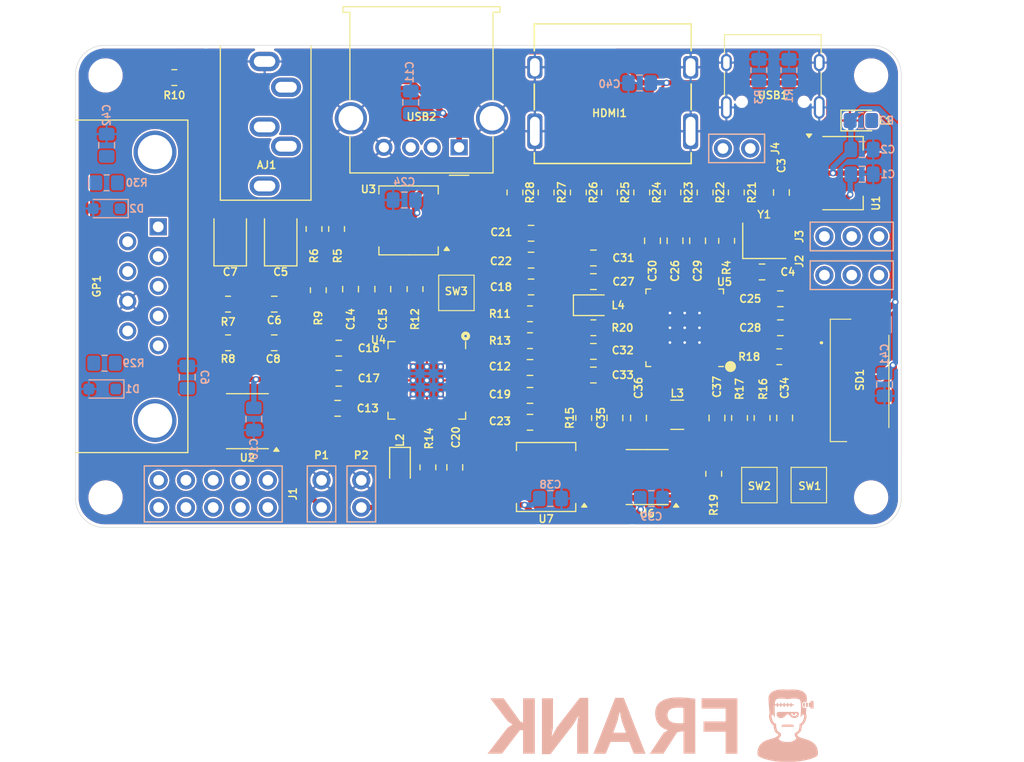
<source format=kicad_pcb>
(kicad_pcb (version 20240108) (generator "pcbnew") (generator_version "8.0")
  (title_block (title "Frank M2") (date "2025-02-02") (rev "1.02") (company "Mikhail Matveev") (comment 1 "https://github.com/xtremespb/frank"))
  (layers (0 "F.Cu" signal) (31 "B.Cu" signal) (34 "B.Paste" user) (35 "F.Paste" user) (36 "B.SilkS" user "B.Silkscreen") (37 "F.SilkS" user "F.Silkscreen") (38 "B.Mask" user) (39 "F.Mask" user) (44 "Edge.Cuts" user))
  (net 0 "")
  (net 1 "/Audio Out/L")
  (net 2 "GND")
  (net 3 "/Audio Out/L*")
  (net 4 "/Audio Out/R*")
  (net 5 "/Audio Out/R")
  (net 6 "VBUS")
  (net 7 "+3V3")
  (net 8 "Net-(C3-Pad1)")
  (net 9 "/XIN")
  (net 10 "Net-(C5-Pad1)")
  (net 11 "Net-(C7-Pad1)")
  (net 12 "Net-(U2-FLT)")
  (net 13 "Net-(C25-Pad1)")
  (net 14 "/RP2350A/VREG_AVDD")
  (net 15 "/Gamepad/+5V")
  (net 16 "/GPIO26")
  (net 17 "/GPIO27")
  (net 18 "/RP2040/QSPI_SD1")
  (net 19 "/RP2040/QSPI_SD3")
  (net 20 "/RP2040/QSPI_SCLK")
  (net 21 "/RP2040/QSPI_SS")
  (net 22 "/RP2040/QSPI_SD2")
  (net 23 "/RP2040/QSPI_SD0")
  (net 24 "/Gamepad/J1_DATA")
  (net 26 "/Gamepad/J2_DATA")
  (net 27 "/GPIO21")
  (net 28 "/GPIO20")
  (net 31 "Net-(HDMI1-D2N)")
  (net 32 "Net-(HDMI1-D2P)")
  (net 34 "Net-(HDMI1-D1P)")
  (net 36 "Net-(HDMI1-D0N)")
  (net 37 "Net-(HDMI1-D1N)")
  (net 39 "Net-(HDMI1-CLKN)")
  (net 41 "Net-(HDMI1-D0P)")
  (net 42 "Net-(HDMI1-CLKP)")
  (net 44 "/A_OUTR")
  (net 45 "/A_OUTB")
  (net 46 "/A_OUTL")
  (net 47 "/GPIO11")
  (net 48 "/GPIO10")
  (net 49 "/GPIO9")
  (net 50 "/A_TDAR")
  (net 51 "/A_TDAL")
  (net 52 "/RP2_DP")
  (net 53 "/RP1_DP")
  (net 54 "/P_DP")
  (net 55 "/RP2_DM")
  (net 56 "/RP1_DM")
  (net 57 "/P_DM")
  (net 58 "/GPIO1")
  (net 59 "/GPIO0")
  (net 60 "Net-(L1-A)")
  (net 61 "Net-(L2-A)")
  (net 62 "/RP2350A/VREG_LX")
  (net 63 "Net-(L4-A)")
  (net 64 "Net-(USB1-CC1)")
  (net 65 "Net-(USB1-CC2)")
  (net 66 "/XOUT")
  (net 67 "/RP2040/~{USB_BOOT}")
  (net 68 "/RP2040/GPIO25")
  (net 69 "/RP2350A/~{USB_BOOT}")
  (net 70 "/RP2350A/QSPI_SS")
  (net 71 "/RP2350A/FLASH_SS")
  (net 72 "GPIO25")
  (net 73 "/GPIO12")
  (net 74 "/GPIO13")
  (net 75 "/GPIO14")
  (net 76 "/GPIO15")
  (net 77 "/GPIO16")
  (net 78 "/GPIO17")
  (net 79 "/GPIO18")
  (net 80 "/GPIO19")
  (net 81 "/RP2040/GPIO0")
  (net 82 "/RP2040/GPIO8")
  (net 83 "/RP2040/GPIO10")
  (net 84 "/RP2040/GPIO15")
  (net 85 "/RP2040/GPIO28")
  (net 86 "/RP2040/GPIO27")
  (net 87 "/RP2040/SWD")
  (net 88 "/RP2040/GPIO29")
  (net 89 "/RP2040/GPIO6")
  (net 90 "/RP2040/GPIO22")
  (net 91 "/RP2040/GPIO16")
  (net 92 "/US_D1M")
  (net 93 "/RP2040/GPIO23")
  (net 94 "/GPIO3")
  (net 95 "/RP2040/GPIO26")
  (net 96 "/RP2040/GPIO7")
  (net 97 "/RP2040/GPIO14")
  (net 98 "/GPIO2")
  (net 99 "/RP2040/GPIO21")
  (net 100 "/RP2040/GPIO19")
  (net 101 "/RP2040/GPIO9")
  (net 102 "/RP2040/GPIO17")
  (net 103 "/US_D1P")
  (net 104 "/RP2040/GPIO18")
  (net 105 "/RP2040/SWCLK")
  (net 106 "/RP2040/GPIO24")
  (net 107 "/RP2040/GPIO20")
  (net 108 "/RP2040/GPIO1")
  (net 109 "/RP2040/GPIO4")
  (net 110 "/RP2040/GPIO13")
  (net 111 "/RP2040/XOUT")
  (net 112 "/RP2040/GPIO5")
  (net 113 "/SD Card/DAT1")
  (net 114 "/SD Card/DET")
  (net 115 "/GPIO5")
  (net 116 "/GPIO4")
  (net 117 "/GPIO6")
  (net 118 "/SD Card/POL")
  (net 119 "/SD Card/DAT2")
  (net 120 "/GPIO7")
  (net 121 "/RUN")
  (net 122 "/RP2350A/GPIO29")
  (net 123 "/RP2350A/GPIO28")
  (net 124 "/GPIO8")
  (net 125 "/RP2350A/QSPI_SD1")
  (net 126 "/RP2350A/QSPI_SD0")
  (net 127 "/RP2350A/SWD")
  (net 128 "/RP2350A/GPIO23")
  (net 129 "/RP2350A/SWCLK")
  (net 130 "/RP2350A/QSPI_SD3")
  (net 131 "/RP2350A/GPIO26")
  (net 132 "/RP2350A/QSPI_SD2")
  (net 133 "/RP2350A/GPIO22")
  (net 134 "/RP2350A/GPIO24")
  (net 135 "/RP2350A/QSPI_SCLK")
  (net 138 "Net-(U4-USB_DP)")
  (net 139 "Net-(U4-USB_DM)")
  (net 140 "Net-(U4-VREG_VOUT)")
  (net 141 "Net-(U5-VREG_FB)")
  (net 142 "Net-(U5-USB_DP)")
  (net 143 "Net-(U5-USB_DM)")
  (net 144 "/RP2040/RUN")
  (footprint "FRANK:Mounting Hole (2.7mm)" (layer "F.Cu") (at 143.8 67)
    (property "Reference" "H1" (hide yes))
    (property "Value" "MountingHole" (hide yes))
  )
  (footprint "FRANK:Jack (3.5mm)" (layer "F.Cu") (at 158.6 65.7)
    (property "Reference" "AJ1")
    (property "Value" "SJ1-353XNG" (hide yes))
  )
  (footprint "FRANK:Capacitor (0805)" (layer "F.Cu") (at 204.9 85.3)
    (property "Reference" "C4")
    (property "Value" "15p" (hide yes))
  )
  (footprint "FRANK:Mounting Hole (2.7mm)" (layer "F.Cu") (at 215.05 106.3)
    (property "Reference" "H4" (hide yes))
    (property "Value" "MountingHole" (hide yes))
  )
  (footprint "FRANK:Resistor (0805)" (layer "F.Cu") (at 201.6 82.4 90)
    (property "Reference" "R4")
    (property "Value" "1K" (hide yes))
  )
  (footprint "FRANK:Capacitor (3528, tantalum, polar)" (layer "F.Cu") (at 155.4 82.1 90)
    (property "Reference" "C7")
    (property "Value" "10u" (hide yes))
  )
  (footprint "FRANK:Pin Header (1x03)" (layer "F.Cu") (at 210.7 82 90)
    (property "Reference" "J3")
    (property "Value" "USB DM Jumper" (hide yes))
  )
  (footprint "FRANK:Capacitor (0805)" (layer "F.Cu") (at 183.3 94.2)
    (property "Reference" "C12")
    (property "Value" "100n" (hide yes))
  )
  (footprint "FRANK:USB Type C" (layer "F.Cu") (at 205.9 63.2 180)
    (property "Reference" "USB1")
    (property "Value" "USB4215-03-A" (hide yes))
  )
  (footprint "FRANK:SOT-223" (layer "F.Cu") (at 212.4 76.1)
    (property "Reference" "U1")
    (property "Value" "NCP1117 3.3" (hide yes))
  )
  (footprint "FRANK:Pin Header (1x03)" (layer "F.Cu") (at 210.7 85.6 90)
    (property "Reference" "J2")
    (property "Value" "USB DP Jumper" (hide yes))
  )
  (footprint "FRANK:SOIC-8" (layer "F.Cu") (at 184.8 104.4 180)
    (property "Reference" "U7")
    (property "Value" "W25Q128JVSQ" (hide yes))
  )
  (footprint "FRANK:Capacitor (0805)" (layer "F.Cu") (at 166.6 86.9 90)
    (property "Reference" "C14")
    (property "Value" "100n" (hide yes))
  )
  (footprint "FRANK:Resistor (0805)" (layer "F.Cu") (at 172.6 86.9 90)
    (property "Reference" "R12")
    (property "Value" "1K" (hide yes))
  )
  (footprint "FRANK:Capacitor (3528, tantalum, polar)" (layer "F.Cu") (at 160.1 82.1 90)
    (property "Reference" "C5")
    (property "Value" "10u" (hide yes))
  )
  (footprint "FRANK:SOIC-8" (layer "F.Cu") (at 172 80.5 180)
    (property "Reference" "U3")
    (property "Value" "W25Q128JVSIQ" (hide yes))
  )
  (footprint "FRANK:Capacitor (0805)" (layer "F.Cu") (at 189.2 94.9 180)
    (property "Reference" "C33")
    (property "Value" "100n" (hide yes))
  )
  (footprint "FRANK:D-SUB (9 pin, male, top mount)" (layer "F.Cu") (at 148.7 81.1 -90)
    (property "Reference" "GP1")
    (property "Value" "Gamepad" (hide yes))
  )
  (footprint "FRANK:QFN 60 (RP2350A)" (layer "F.Cu") (at 197.7 90.5 180)
    (property "Reference" "U5")
    (property "Value" "RP2350A" (hide yes))
  )
  (footprint "FRANK:LED (0805)" (layer "F.Cu") (at 189.2 88.4)
    (property "Reference" "L4")
    (property "Value" "Blue" (hide yes))
  )
  (footprint "FRANK:Capacitor (0805)" (layer "F.Cu") (at 169.6 86.9 90)
    (property "Reference" "C15")
    (property "Value" "100n" (hide yes))
  )
  (footprint "FRANK:Resistor (0805)" (layer "F.Cu") (at 190.7 77.9 -90)
    (property "Reference" "R25")
    (property "Value" "270R" (hide yes))
  )
  (footprint "FRANK:Capacitor (0805)" (layer "F.Cu") (at 159.5 88.3)
    (property "Reference" "C6")
    (property "Value" "10n" (hide yes))
  )
  (footprint "FRANK:Resistor (0805)" (layer "F.Cu") (at 155.2 88.3 180)
    (property "Reference" "R7")
    (property "Value" "2K" (hide yes))
  )
  (footprint "FRANK:Capacitor (0805)" (layer "F.Cu") (at 183.4 86.7)
    (property "Reference" "C18")
    (property "Value" "100n" (hide yes))
  )
  (footprint "FRANK:Capacitor (0805)" (layer "F.Cu") (at 189.2 86.2 180)
    (property "Reference" "C27")
    (property "Value" "100n" (hide yes))
  )
  (footprint "FRANK:Capacitor (0805)" (layer "F.Cu") (at 206.6 90.5)
    (property "Reference" "C28")
    (property "Value" "100n" (hide yes))
  )
  (footprint "FRANK:Resistor (0805)" (layer "F.Cu") (at 173.8 103.5 90)
    (property "Reference" "R14")
    (property "Value" "1K" (hide yes))
  )
  (footprint "FRANK:USB Type A (single)" (layer "F.Cu") (at 176.7 73.7 180)
    (property "Reference" "USB2")
    (property "Value" "676430910" (hide yes))
  )
  (footprint "FRANK:SO-8" (layer "F.Cu") (at 194.2 104.405 180)
    (property "Reference" "U6")
    (property "Value" "ESP-PSRAM32" (hide yes))
  )
  (footprint "FRANK:Resistor (0805)" (layer "F.Cu") (at 184.8 77.9 -90)
    (property "Reference" "R27")
    (property "Value" "270R" (hide yes))
  )
  (footprint "FRANK:Resistor (0805)" (layer "F.Cu") (at 204.9 98.9 90)
    (property "Reference" "R16")
    (property "Value" "27R" (hide yes))
  )
  (footprint "FRANK:Resistor (0805)" (layer "F.Cu") (at 199.6 77.9 -90)
    (property "Reference" "R22")
    (property "Value" "270R" (hide yes))
  )
  (footprint "FRANK:Resistor (0805)" (layer "F.Cu") (at 163.6 87 -90)
    (property "Reference" "R9")
    (property "Value" "1K" (hide yes))
  )
  (footprint "FRANK:Capacitor (0805)" (layer "F.Cu") (at 207 98.9 -90)
    (property "Reference" "C34")
    (property "Value" "100n" (hide yes))
  )
  (footprint "FRANK:HDMI (female)" (layer "F.Cu") (at 191 72.2 180)
    (property "Reference" "HDMI1")
    (property "Value" "HDMI Female" (hide yes))
  )
  (footprint "FRANK:QFN 56" (layer "F.Cu") (at 173.7 95.4 -90)
    (property "Reference" "U4")
    (property "Value" "RP2040" (hide yes))
  )
  (footprint "FRANK:Capacitor (0805)" (layer "F.Cu") (at 206.6 87.8)
    (property "Reference" "C25")
    (property "Value" "100n" (hide yes))
  )
  (footprint "FRANK:Capacitor (0805)" (layer "F.Cu") (at 183.3 99.3)
    (property "Reference" "C23")
    (property "Value" "1u" (hide yes))
  )
  (footprint "FRANK:Resistor (0805)" (layer "F.Cu") (at 181.9 77.9 -90)
    (property "Reference" "R28")
    (property "Value" "270R" (hide yes))
  )
  (footprint "FRANK:MicroSD (SMD, short)" (layer "F.Cu") (at 214 95.4 90)
    (property "Reference" "SD1")
    (property "Value" "47571-0001" (hide yes))
  )
  (footprint "FRANK:Resistor (0805)" (layer "F.Cu") (at 187.8 77.9 -90)
    (property "Reference" "R26")
    (property "Value" "270R" (hide yes))
  )
  (footprint "FRANK:Resistor (0805)" (layer "F.Cu") (at 163.2 81.3 -90)
    (property "Reference" "R6")
    (property "Value" "330R" (hide yes))
  )
  (footprint "FRANK:SO-8" (layer "F.Cu") (at 157 99.2 180)
    (property "Reference" "U2")
    (property "Value" "TDA1387T" (hide yes))
  )
  (footprint "FRANK:Resistor (0805)" (layer "F.Cu") (at 165.3 81.3 -90)
    (property "Reference" "R5")
    (property "Value" "1K" (hide yes))
  )
  (footprint "FRANK:Capacitor (0805)" (layer "F.Cu") (at 189.2 84 180)
    (property "Reference" "C31")
    (property "Value" "100n" (hide yes))
  )
  (footprint "FRANK:Resistor (0805)" (layer "F.Cu") (at 183.3 91.7)
    (property "Reference" "R13")
    (property "Value" "27R" (hide yes))
  )
  (footprint "FRANK:Resistor (0805)" (layer "F.Cu") (at 193.7 77.9 -90)
    (property "Reference" "R24")
    (property "Value" "270R" (hide yes))
  )
  (footprint "FRANK:Resistor (0805)" (layer "F.Cu") (at 196.6 77.9 -90)
    (property "Reference" "R23")
    (property "Value" "270R" (hide yes))
  )
  (footprint "FRANK:Pin Header (1x02)" (layer "F.Cu") (at 163.9 104.7)
    (property "Reference" "P1")
    (property "Value" "Power (+5V)" (hide yes))
  )
  (footprint "FRANK:Capacitor (0805)" (layer "F.Cu") (at 159.5 91.9)
    (property "Reference" "C8")
    (property "Value" "10n" (hide yes))
  )
  (footprint "FRANK:Resistor (0805)" (layer "F.Cu") (at 189.2 90.5 180)
    (property "Reference" "R20")
    (property "Value" "1K" (hide yes))
  )
  (footprint "FRANK:Resistor (0805)" (layer "F.Cu") (at 183.3 89.2)
    (property "Reference" "R11")
    (property "Value" "27R" (hide yes))
  )
  (footprint "FRANK:Capacitor (0805)" (layer "F.Cu") (at 165.5 92.4 180)
    (property "Reference" "C16")
    (property "Value" "100n" (hide yes))
  )
  (footprint "FRANK:Crystal (3225)" (layer "F.Cu") (at 205.1 82.4)
    (property "Reference" "Y1")
    (property "Value" "12 MHz" (hide yes))
  )
  (footprint "FRANK:Capacitor (0805)" (layer "F.Cu") (at 198.9 82.4 90)
    (property "Reference" "C29")
    (property "Value" "100n" (hide yes))
  )
  (footprint "FRANK:Capacitor (0805)" (layer "F.Cu") (at 176.3 103.5 -90)
    (property "Reference" "C20")
    (property "Value" "100n" (hide yes))
  )
  (footprint "FRANK:Resistor (0805)" (layer "F.Cu") (at 150.2 67.2 180)
    (property "Reference" "R10")
    (property "Value" "330R" (hide yes))
  )
  (footprint "FRANK:Capacitor (0805)" (layer "F.Cu") (at 183.4 81.7)
    (property "Reference" "C21")
    (property "Value" "100n" (hide yes))
  )
  (footprint "FRANK:Button (SMD, 3x3mm, 1-1)" (layer "F.Cu") (at 174.8 88.9 90)
    (property "Reference" "SW3")
    (property "Value" "Boot" (hide yes))
  )
  (footprint "FRANK:Button (SMD, 3x3mm, 1-1)" (layer "F.Cu") (at 207.6 106.8 90)
    (property "Reference" "SW1")
    (property "Value" "Reset" (hide yes))
  )
  (footprint "FRANK:Resistor (0805)" (layer "F.Cu") (at 200.4 104.1 -90)
    (property "Reference" "R19")
    (property "Value" "0R" (hide yes))
  )
  (footprint "FRANK:LED (0805)" (layer "F.Cu") (at 214.1 71.2)
    (property "Reference" "L1")
    (property "Value" "Green" (hide yes))
  )
  (footprint "FRANK:Mounting Hole (2.7mm)" (layer "F.Cu") (at 143.8 106.3)
    (property "Reference" "H3" (hide yes))
    (property "Value" "MountingHole" (hide yes))
  )
  (footprint "FRANK:Mounting Hole (2.7mm)" (layer "F.Cu") (at 215.05 67)
    (property "Reference" "H2" (hide yes))
    (property "Value" "MountingHole" (hide yes))
  )
  (footprint "FRANK:Capacitor (0805)" (layer "F.Cu") (at 193.4 98.9 -90)
    (property "Reference" "C36")
    (property "Value" "4.7u" (hide yes))
  )
  (footprint "FRANK:Pin Header (1x02)" (layer "F.Cu") (at 167.6 104.7)
    (property "Reference" "P2")
    (property "Value" "Power (+3.3V)" (hide yes))
  )
  (footprint "FRANK:Capacitor (0805)" (layer "F.Cu") (at 191.2 98.9 -90)
    (property "Reference" "C35")
    (property "Value" "4.7u" (hide yes))
  )
  (footprint "FRANK:Resistor (0805)" (layer "F.Cu") (at 206.5 93.2)
    (property "Reference" "R18")
    (property "Value" "1K" (hide yes))
  )
  (footprint "FRANK:Capacitor (0805)" (layer "F.Cu") (at 189.2 92.7 180)
    (property "Reference" "C32")
    (property "Value" "100n" (hide yes))
  )
  (footprint "FRANK:Capacitor (0805)" (layer "F.Cu") (at 183.3 96.8)
    (property "Reference" "C19")
    (property "Value" "100n" (hide yes))
  )
  (footprint "FRANK:Capacitor (0805)" (layer "F.Cu") (at 200.7 98.9 -90)
    (property "Reference" "C37")
    (property "Value" "4.7u" (hide yes))
  )
  (footprint "FRANK:Button (SMD, 3x3mm, 1-1)" (layer "F.Cu") (at 203 106.8 90)
    (property "Reference" "SW2")
    (property "Value" "Boot" (hide yes))
  )
  (footprint "FRANK:Capacitor (0805)" (layer "F.Cu") (at 196.8 82.4 90)
    (property "Reference" "C26")
    (property "Value" "4.7u" (hide yes))
  )
  (footprint "FRANK:Capacitor (0805)" (layer "F.Cu") (at 206.7 77.9 90)
    (property "Reference" "C3")
    (property "Value" "15p" (hide yes))
  )
  (footprint "FRANK:Capacitor (0805)" (layer "F.Cu") (at 194.7 82.4 90)
    (property "Reference" "C30")
    (property "Value" "100n" (hide yes))
  )
  (footprint "FRANK:LED (0805)" (layer "F.Cu") (at 171.2 103.5 -90)
    (property "Reference" "L2")
    (property "Value" "BLUE" (hide yes))
  )
  (footprint "FRANK:Inductor (3225)" (layer "F.Cu") (at 197 98.6 180)
    (property "Reference" "L3")
    (property "Value" "3.3uH" (hide yes))
  )
  (footprint "FRANK:Resistor (0805)" (layer "F.Cu") (at 155.2 91.9 180)
    (property "Reference" "R8")
    (property "Value" "2K" (hide yes))
  )
  (footprint "FRANK:Pin Header (2x05)" (layer "F.Cu") (at 158.9 104.7 -90)
    (property "Reference" "J1")
    (property "Value" "Pin Header 2x05" (hide yes))
  )
  (footprint "FRANK:Resistor (0805)" (layer "F.Cu") (at 188.3 98.9 90)
    (property "Reference" "R15")
    (property "Value" "33R" (hide yes))
  )
  (footprint "FRANK:Pin Header (1x02)" (layer "F.Cu") (at 203.8 73.8 -90)
    (property "Reference" "J4")
    (property "Value" "UART" (hide yes))
  )
  (footprint "FRANK:Resistor (0805)" (layer "F.Cu") (at 202.8 98.9 90)
    (property "Reference" "R17")
    (property "Value" "27R" (hide yes))
  )
  (footprint "FRANK:Capacitor (0805)" (layer "F.Cu") (at 165.5 95.2 180)
    (property "Reference" "C17")
    (property "Value" "100n" (hide yes))
  )
  (footprint "FRANK:Resistor (0805)" (layer "F.Cu") (at 202.5 77.9 -90)
    (property "Reference" "R21")
    (property "Value" "270R" (hide yes))
  )
  (footprint "FRANK:Capacitor (0805)" (layer "F.Cu") (at 183.4 84.2)
    (property "Reference" "C22")
    (property "Value" "1u" (hide yes))
  )
  (footprint "FRANK:Capacitor (0805)" (layer "F.Cu") (at 165.4 98 180)
    (property "Reference" "C13")
    (property "Value" "100n" (hide yes))
  )
  (footprint "FRANK:Capacitor (0805)" (layer "B.Cu") (at 171.6 78.6 180)
    (property "Reference" "C24")
    (property "Value" "100n" (hide yes))
  )
  (footprint "FRANK:Capacitor (0805)" (layer "B.Cu") (at 185.2 106.4)
    (property "Reference" "C38")
    (property "Value" "100n" (hide yes))
  )
  (footprint "FRANK:Resistor (0805)" (layer "B.Cu") (at 143.7 93.8 180)
    (property "Reference" "R29")
    (property "Value" "1K" (hide yes))
  )
  (footprint "FRANK:Diode (SOD-323)" (layer "B.Cu") (at 143.9 79.4 180)
    (property "Reference" "D2")
    (property "Value" "3V3" (hide yes))
  )
  (footprint "FRANK:Resistor (0805)" (layer "B.Cu") (at 204.6 66.5 -90)
    (property "Reference" "R3")
    (property "Value" "5.1K" (hide yes))
  )
  (footprint "FRANK:Capacitor (0805)" (layer "B.Cu") (at 214.2 76.2)
    (property "Reference" "C1")
    (property "Value" "10u" (hide yes))
  )
  (footprint "FRANK:Capacitor (0805)" (layer "B.Cu") (at 193.5 67.7 180)
    (property "Reference" "C40")
    (property "Value" "100n" (hide yes))
  )
  (footprint "FRANK:Capacitor (0805)" (layer "B.Cu") (at 216.3 95.8 90)
    (property "Reference" "C41")
    (property "Value" "100n" (hide yes))
  )
  (footprint "FRANK:Capacitor (0805)" (layer "B.Cu") (at 143.9 73.5 90)
    (property "Reference" "C42")
    (property "Value" "100n" (hide yes))
  )
  (footprint "FRANK:Capacitor (0805)" (layer "B.Cu") (at 157.6 99 90)
    (property "Reference" "C10")
    (property "Value" "47u" (hide yes))
  )
  (footprint "FRANK:Diode (SOD-323)" (layer "B.Cu") (at 143.5 96.2 180)
    (property "Reference" "D1")
    (property "Value" "3V3" (hide yes))
  )
  (footprint "FRANK:Resistor (0805)" (layer "B.Cu") (at 214.1 71.2 180)
    (property "Reference" "R2")
    (property "Value" "1K" (hide yes))
  )
  (footprint "FRANK:Capacitor (0805)" (layer "B.Cu") (at 151.4 95.1 90)
    (property "Reference" "C9")
    (property "Value" "1u" (hide yes))
  )
  (footprint "FRANK:Resistor (0805)" (layer "B.Cu") (at 207.4 66.5 -90)
    (property "Reference" "R1")
    (property "Value" "5.1K" (hide yes))
  )
  (footprint "FRANK:Capacitor (0805)" (layer "B.Cu") (at 172.2 69.5 -90)
    (property "Reference" "C11")
    (property "Value" "10u" (hide yes))
  )
  (footprint "FRANK:Resistor (0805)" (layer "B.Cu") (at 143.9 77 180)
    (property "Reference" "R30")
    (property "Value" "1K" (hide yes))
  )
  (footprint "FRANK:Capacitor (0805)" (layer "B.Cu") (at 214.2 73.9)
    (property "Reference" "C2")
    (property "Value" "10u" (hide yes))
  )
  (footprint "FRANK:Capacitor (0805)" (layer "B.Cu") (at 194.6 106.405)
    (property "Reference" "C39")
    (property "Value" "100n" (hide yes))
  )
  (gr_poly (pts (xy 208.976688 125.805043) (xy 209.15925 125.805043) (xy 209.15925 125.424043) (xy 208.976688 125.424043)) (stroke (width -0.000001)) (fill solid) (layer "B.SilkS"))
  (gr_poly (pts (xy 206.674813 127.662417) (xy 207.897188 127.662417) (xy 207.754313 127.448105) (xy 206.817688 127.448105)) (stroke (width -0.000001)) (fill solid) (layer "B.SilkS"))
  (gr_poly (pts (xy 182.655941 127.27348) (xy 182.394002 127.162355) (xy 180.846189 125.003355) (xy 179.6 125.003355) (xy 181.235125 127.162355) (xy 181.66375 127.440167) (xy 181.21925 127.733855) (xy 179.345999 130.16273) (xy 180.695374 130.16273) (xy 182.370189 127.979917) (xy 182.655941 127.979917) (xy 182.655941 130.16273) (xy 183.751315 130.16273) (xy 183.751315 125.003355) (xy 182.655941 125.003355)) (stroke (width -0.000001)) (fill solid) (layer "B.SilkS"))
  (gr_poly (pts (xy 189.196437 130.170668) (xy 190.355313 130.170668) (xy 190.799813 129.067355) (xy 192.538125 129.067355) (xy 192.958812 130.170668) (xy 194.054188 130.170668) (xy 193.288993 128.202167) (xy 192.236501 128.202167) (xy 191.053815 128.202167) (xy 191.450689 127.122667) (xy 191.625315 126.305105) (xy 191.665 126.305105) (xy 191.839626 127.130605) (xy 192.236501 128.202167) (xy 193.288993 128.202167) (xy 192.030125 124.963668) (xy 191.228438 124.963668)) (stroke (width -0.000001)) (fill solid) (layer "B.SilkS"))
  (gr_poly (pts (xy 185.791249 127.71798) (xy 185.370565 128.472042) (xy 185.322939 128.472042) (xy 185.442001 127.710043) (xy 185.442001 125.003355) (xy 184.410126 125.003355) (xy 184.410126 130.210355) (xy 185.203877 130.210355) (xy 187.32319 127.471918) (xy 187.76769 126.694043) (xy 187.807378 126.694043) (xy 187.688314 127.479855) (xy 187.688314 130.170668) (xy 188.720188 130.170668) (xy 188.720188 124.963667) (xy 187.92644 124.963667)) (stroke (width -0.000001)) (fill solid) (layer "B.SilkS"))
  (gr_poly (pts (xy 209.405312 125.424043) (xy 209.2545 125.424043) (xy 209.2545 125.805043) (xy 209.405312 125.805043) (xy 209.405312 125.963793) (xy 209.691062 125.963793) (xy 209.691062 125.249418) (xy 209.405312 125.249418)) (stroke (width -0.000001)) (fill solid) (layer "B.SilkS"))
  (gr_poly (pts (xy 208.827163 125.424296) (xy 208.820614 125.425048) (xy 208.814172 125.426286) (xy 208.807845 125.427996) (xy 208.80164 125.430165) (xy 208.795565 125.43278) (xy 208.789626 125.435829) (xy 208.783831 125.439297) (xy 208.778187 125.443173) (xy 208.772702 125.447442) (xy 208.767382 125.452092) (xy 208.762236 125.45711) (xy 208.75249 125.468197) (xy 208.743524 125.480597) (xy 208.735394 125.494207) (xy 208.72816 125.508921) (xy 208.72188 125.524635) (xy 208.716611 125.541245) (xy 208.712411 125.558645) (xy 208.70934 125.576731) (xy 208.707454 125.595398) (xy 208.706813 125.614543) (xy 208.706974 125.624168) (xy 208.707454 125.633687) (xy 208.708245 125.643087) (xy 208.70934 125.652354) (xy 208.710731 125.661476) (xy 208.712411 125.67044) (xy 208.714373 125.679233) (xy 208.716611 125.68784) (xy 208.719115 125.696251) (xy 208.72188 125.70445) (xy 208.724897 125.712425) (xy 208.72816 125.720164) (xy 208.731662 125.727653) (xy 208.735394 125.734878) (xy 208.739351 125.741828) (xy 208.743524 125.748488) (xy 208.747906 125.754846) (xy 208.75249 125.760888) (xy 208.757269 125.766602) (xy 208.762236 125.771975) (xy 208.767382 125.776993) (xy 208.772702 125.781643) (xy 208.778187 125.785912) (xy 208.783831 125.789788) (xy 208.789626 125.793256) (xy 208.795565 125.796305) (xy 208.80164 125.79892) (xy 208.807845 125.801089) (xy 208.814172 125.802799) (xy 208.820614 125.804037) (xy 208.827163 125.804789) (xy 208.833813 125.805043) (xy 208.881438 125.805043) (xy 208.881438 125.424043) (xy 208.833813 125.424043)) (stroke (width -0.000001)) (fill solid) (layer "B.SilkS"))
  (gr_poly (pts (xy 206.376212 126.274859) (xy 206.357011 126.279248) (xy 206.339402 126.286337) (xy 206.323392 126.295943) (xy 206.308987 126.307879) (xy 206.296193 126.321962) (xy 206.285014 126.338008) (xy 206.275457 126.355831) (xy 206.267529 126.375246) (xy 206.261233 126.39607) (xy 206.256578 126.418118) (xy 206.253567 126.441205) (xy 206.252208 126.465147) (xy 206.252505 126.489758) (xy 206.254465 126.514855) (xy 206.258094 126.540253) (xy 206.263397 126.565768) (xy 206.27038 126.591213) (xy 206.279049 126.616406) (xy 206.28941 126.641162) (xy 206.301468 126.665295) (xy 206.31523 126.688622) (xy 206.330701 126.710958) (xy 206.347887 126.732118) (xy 206.366794 126.751917) (xy 206.387427 126.770171) (xy 206.409793 126.786696) (xy 206.433897 126.801307) (xy 206.459746 126.813819) (xy 206.487344 126.824048) (xy 206.516698 126.831809) (xy 206.547813 126.836917) (xy 206.595301 126.841615) (xy 206.639644 126.843897) (xy 206.681 126.843907) (xy 206.719523 126.841785) (xy 206.755373 126.837676) (xy 206.788705 126.83172) (xy 206.819677 126.824061) (xy 206.848446 126.814841) (xy 206.875168 126.804203) (xy 206.900001 126.792288) (xy 206.923101 126.77924) (xy 206.944626 126.765201) (xy 206.964732 126.750313) (xy 206.983577 126.734718) (xy 207.001317 126.71856) (xy 207.01811 126.70198) (xy 207.04948 126.668125) (xy 207.078943 126.634294) (xy 207.107755 126.601626) (xy 207.137172 126.571259) (xy 207.1525 126.557296) (xy 207.168449 126.544335) (xy 207.185178 126.532519) (xy 207.202843 126.521991) (xy 207.2216 126.512893) (xy 207.241608 126.505368) (xy 207.263022 126.499558) (xy 207.286 126.495605) (xy 207.308934 126.499513) (xy 207.330219 126.505193) (xy 207.350021 126.512514) (xy 207.368507 126.52134) (xy 207.385842 126.531538) (xy 207.402191 126.542974) (xy 207.41772 126.555515) (xy 207.432596 126.569027) (xy 207.461048 126.598428) (xy 207.488872 126.630108) (xy 207.517393 126.662998) (xy 207.547938 126.696027) (xy 207.581831 126.728125) (xy 207.600448 126.743492) (xy 207.620398 126.758224) (xy 207.641849 126.77219) (xy 207.664965 126.785254) (xy 207.689913 126.797283) (xy 207.716858 126.808144) (xy 207.745965 126.817702) (xy 207.7774 126.825825) (xy 207.81133 126.832378) (xy 207.847919 126.837227) (xy 207.887334 126.84024) (xy 207.92974 126.841281) (xy 207.975303 126.840218) (xy 208.024188 126.836917) (xy 208.055303 126.832507) (xy 208.084657 126.825356) (xy 208.112255 126.815653) (xy 208.138103 126.803586) (xy 208.162207 126.789345) (xy 208.184573 126.773119) (xy 208.205207 126.755096) (xy 208.224114 126.735466) (xy 208.2413 126.714418) (xy 208.256771 126.692139) (xy 208.270532 126.668821) (xy 208.282591 126.64465) (xy 208.292951 126.619817) (xy 208.301621 126.59451) (xy 208.308604 126.568918) (xy 208.313907 126.54323) (xy 208.317535 126.517635) (xy 208.319495 126.492322) (xy 208.319793 126.46748) (xy 208.318433 126.443298) (xy 208.315423 126.419965) (xy 208.314643 126.41623) (xy 208.175 126.41623) (xy 208.173791 126.426803) (xy 208.171756 126.438938) (xy 208.168303 126.454677) (xy 208.163082 126.4733) (xy 208.155745 126.494086) (xy 208.145944 126.516313) (xy 208.14001 126.527742) (xy 208.133328 126.539261) (xy 208.125856 126.550781) (xy 208.11755 126.56221) (xy 208.108366 126.573458) (xy 208.098261 126.584437) (xy 208.08719 126.595055) (xy 208.075111 126.605223) (xy 208.061979 126.614849) (xy 208.047752 126.623845) (xy 208.032385 126.632121) (xy 208.015836 126.639585) (xy 207.998059 126.646148) (xy 207.979012 126.65172) (xy 207.958651 126.65621) (xy 207.936933 126.659529) (xy 207.913814 126.661587) (xy 207.88925 126.662293) (xy 207.863942 126.661587) (xy 207.840081 126.659529) (xy 207.817623 126.65621) (xy 207.796527 126.65172) (xy 207.776751 126.646148) (xy 207.758252 126.639585) (xy 207.740989 126.632121) (xy 207.724919 126.623845) (xy 207.71 126.614849) (xy 207.69619 126.605222) (xy 207.683447 126.595055) (xy 207.671729 126.584437) (xy 207.660993 126.573458) (xy 207.651197 126.56221) (xy 207.642299 126.55078) (xy 207.634258 126.539261) (xy 207.62703 126.527742) (xy 207.620575 126.516313) (xy 207.614849 126.505064) (xy 207.60981 126.494086) (xy 207.601626 126.4733) (xy 207.595687 126.454677) (xy 207.591654 126.438938) (xy 207.589191 126.426803) (xy 207.587625 126.41623) (xy 207.786063 126.41623) (xy 207.783102 126.422183) (xy 207.780233 126.428136) (xy 207.777551 126.434089) (xy 207.776309 126.437066) (xy 207.775148 126.440043) (xy 207.774081 126.443019) (xy 207.773118 126.445996) (xy 207.772271 126.448972) (xy 207.771552 126.451949) (xy 207.770972 126.454925) (xy 207.770544 126.457902) (xy 207.770279 126.460878) (xy 207.770188 126.463855) (xy 207.770326 126.46904) (xy 207.770736 126.47417) (xy 207.771411 126.47924) (xy 207.772342 126.484241) (xy 207.773524 126.489167) (xy 207.774949 126.49401) (xy 207.776609 126.498763) (xy 207.778497 126.503418) (xy 207.780606 126.507969) (xy 207.782929 126.512408) (xy 207.785458 126.516728) (xy 207.788186 126.520921) (xy 207.791107 126.524981) (xy 207.794211 126.528899) (xy 207.797493 126.53267) (xy 207.800945 126.536285) (xy 207.80456 126.539737) (xy 207.808331 126.543019) (xy 207.812249 126.546123) (xy 207.816309 126.549044) (xy 207.820502 126.551772) (xy 207.824822 126.554301) (xy 207.829261 126.556624) (xy 207.833812 126.558733) (xy 207.838467 126.560621) (xy 207.84322 126.562281) (xy 207.848063 126.563706) (xy 207.852989 126.564887) (xy 207.85799 126.565819) (xy 207.86306 126.566494) (xy 207.868191 126.566904) (xy 207.873375 126.567042) (xy 207.87856 126.566904) (xy 207.88369 126.566494) (xy 207.88876 126.565819) (xy 207.893762 126.564887) (xy 207.898687 126.563706) (xy 207.90353 126.562281) (xy 207.908283 126.560621) (xy 207.912939 126.558733) (xy 207.91749 126.556624) (xy 207.921928 126.554301) (xy 207.926248 126.551772) (xy 207.930441 126.549044) (xy 207.934501 126.546123) (xy 207.93842 126.543019) (xy 207.94219 126.539737) (xy 207.945805 126.536285) (xy 207.949257 126.53267) (xy 207.952539 126.528899) (xy 207.955644 126.524981) (xy 207.958564 126.520921) (xy 207.961292 126.516728) (xy 207.963821 126.512408) (xy 207.966144 126.507969) (xy 207.968253 126.503418) (xy 207.970141 126.498763) (xy 207.971801 126.49401) (xy 207.973226 126.489167) (xy 207.974408 126.484241) (xy 207.97534 126.47924) (xy 207.976014 126.47417) (xy 207.976424 126.46904) (xy 207.976563 126.463855) (xy 207.976472 126.460879) (xy 207.976206 126.457902) (xy 207.975778 126.454925) (xy 207.975198 126.451949) (xy 207.974479 126.448972) (xy 207.973632 126.445996) (xy 207.972669 126.443019) (xy 207.971602 126.440043) (xy 207.970441 126.437066) (xy 207.969199 126.43409) (xy 207.966517 126.428137) (xy 207.963648 126.422183) (xy 207.960687 126.41623) (xy 208.175 126.41623) (xy 208.314643 126.41623) (xy 208.310767 126.397669) (xy 208.304472 126.3766) (xy 208.296543 126.356947) (xy 208.286987 126.338898) (xy 208.275808 126.322643) (xy 208.263013 126.30837) (xy 208.248608 126.296268) (xy 208.232599 126.286527) (xy 208.21499 126.279335) (xy 208.195789 126.274882) (xy 208.175 126.273355) (xy 206.397 126.273355)) (stroke (width -0.000001)) (fill solid) (layer "B.SilkS"))
  (gr_poly (pts (xy 207.589905 124.184606) (xy 207.442667 124.190744) (xy 207.285999 124.201667) (xy 207.129332 124.190744) (xy 206.982094 124.184606) (xy 206.843991 124.183014) (xy 206.714732 124.18573) (xy 206.594025 124.192515) (xy 206.481578 124.203132) (xy 206.377098 124.217341) (xy 206.280294 124.234905) (xy 206.190872 124.255585) (xy 206.108542 124.279143) (xy 206.033011 124.30534) (xy 205.963987 124.333938) (xy 205.901178 124.364699) (xy 205.844291 124.397384) (xy 205.793035 124.431755) (xy 205.747117 124.467573) (xy 205.706245 124.504601) (xy 205.670127 124.5426) (xy 205.638472 124.581331) (xy 205.610986 124.620556) (xy 205.587377 124.660037) (xy 205.567355 124.699536) (xy 205.550625 124.738813) (xy 205.536897 124.777632) (xy 205.525878 124.815753) (xy 205.517276 124.852937) (xy 205.506155 124.923545) (xy 205.501196 124.987549) (xy 205.500062 125.043042) (xy 205.503178 125.159097) (xy 205.511596 125.324079) (xy 205.538757 125.737573) (xy 205.570383 126.15702) (xy 205.595312 126.455917) (xy 205.587374 126.471792) (xy 205.581607 126.480995) (xy 205.576212 126.490721) (xy 205.571189 126.500935) (xy 205.566538 126.511603) (xy 205.56226 126.52269) (xy 205.558353 126.53416) (xy 205.554818 126.545979) (xy 205.551656 126.558112) (xy 205.548865 126.570524) (xy 205.546447 126.58318) (xy 205.5444 126.596046) (xy 205.542726 126.609086) (xy 205.541424 126.622265) (xy 205.540493 126.635549) (xy 205.539935 126.648903) (xy 205.539749 126.662292) (xy 205.540137 126.686492) (xy 205.541362 126.711529) (xy 205.543517 126.737497) (xy 205.546695 126.764487) (xy 205.550989 126.792594) (xy 205.556493 126.82191) (xy 205.563299 126.852528) (xy 205.5715 126.884542) (xy 205.589359 126.944864) (xy 205.607219 127.001) (xy 205.625078 127.053229) (xy 205.642937 127.101831) (xy 205.660797 127.147084) (xy 205.678656 127.189267) (xy 205.696515 127.22866) (xy 205.714375 127.265542) (xy 205.724797 127.283122) (xy 205.735242 127.300144) (xy 205.745733 127.316608) (xy 205.756295 127.332515) (xy 205.766949 127.347862) (xy 205.77772 127.362652) (xy 205.78863 127.376884) (xy 205.799703 127.390558) (xy 205.810962 127.403673) (xy 205.822431 127.41623) (xy 205.834131 127.42823) (xy 205.846088 127.439671) (xy 205.858324 127.450554) (xy 205.870862 127.460879) (xy 205.883725 127.470646) (xy 205.896938 127.479854) (xy 205.914797 127.491637) (xy 205.923727 127.497295) (xy 205.932656 127.502675) (xy 205.941586 127.507682) (xy 205.946051 127.510017) (xy 205.950516 127.512225) (xy 205.95498 127.514292) (xy 205.959445 127.516209) (xy 205.96391 127.517963) (xy 205.968375 127.519542) (xy 205.974452 127.59532) (xy 205.977723 127.631861) (xy 205.981274 127.667378) (xy 205.985196 127.701779) (xy 205.989583 127.734971) (xy 205.994529 127.76686) (xy 206.000125 127.797354) (xy 206.009055 127.834949) (xy 206.017985 127.870404) (xy 206.026914 127.903813) (xy 206.035844 127.935268) (xy 206.044774 127.964863) (xy 206.053704 127.992691) (xy 206.062633 128.018845) (xy 206.071563 128.043417) (xy 206.080944 128.065189) (xy 206.091174 128.085879) (xy 206.102171 128.105523) (xy 206.113855 128.124156) (xy 206.126143 128.141812) (xy 206.138954 128.158526) (xy 206.152207 128.174333) (xy 206.165821 128.189268) (xy 206.179713 128.203366) (xy 206.193803 128.216662) (xy 206.20801 128.22919) (xy 206.222251 128.240986) (xy 206.236446 128.252084) (xy 206.250513 128.26252) (xy 206.264371 128.272327) (xy 206.277938 128.281542) (xy 206.317997 128.309819) (xy 206.354336 128.33512) (xy 206.38621 128.357444) (xy 206.40024 128.36749) (xy 206.412875 128.376792) (xy 206.412875 128.408542) (xy 206.412829 128.412232) (xy 206.412503 128.417224) (xy 206.412149 128.42015) (xy 206.41162 128.423332) (xy 206.410881 128.426746) (xy 206.409899 128.43037) (xy 206.408637 128.43418) (xy 206.407062 128.438152) (xy 206.405137 128.442265) (xy 206.402829 128.446493) (xy 206.400103 128.450815) (xy 206.396923 128.455206) (xy 206.393254 128.459644) (xy 206.391226 128.461873) (xy 206.389063 128.464105) (xy 206.385813 128.46866) (xy 206.38204 128.473391) (xy 206.377779 128.478284) (xy 206.373064 128.483328) (xy 206.36793 128.488512) (xy 206.362413 128.493824) (xy 206.350368 128.504784) (xy 206.337206 128.516117) (xy 206.323206 128.527728) (xy 206.293813 128.551417) (xy 206.277083 128.563226) (xy 206.259691 128.574826) (xy 206.241717 128.586194) (xy 206.223244 128.597306) (xy 206.185122 128.618669) (xy 206.145977 128.638729) (xy 206.10646 128.657302) (xy 206.067222 128.6742) (xy 206.028914 128.689238) (xy 205.992188 128.702229) (xy 205.966918 128.711175) (xy 205.938858 128.720213) (xy 205.908193 128.729437) (xy 205.87511 128.73894) (xy 205.722313 128.781604) (xy 205.552649 128.831214) (xy 205.506744 128.845012) (xy 205.460003 128.859739) (xy 205.412704 128.875583) (xy 205.365126 128.892729) (xy 205.317342 128.911253) (xy 205.269348 128.931161) (xy 205.221309 128.952534) (xy 205.173385 128.975453) (xy 205.125741 129) (xy 205.078538 129.026256) (xy 205.03194 129.054303) (xy 204.986109 129.084222) (xy 204.941209 129.116094) (xy 204.897402 129.150001) (xy 204.85485 129.186024) (xy 204.813717 129.224244) (xy 204.774165 129.264744) (xy 204.736357 129.307604) (xy 204.700456 129.352905) (xy 204.666625 129.40073) (xy 204.644863 129.434121) (xy 204.62424 129.468803) (xy 204.60478 129.504764) (xy 204.586506 129.541993) (xy 204.569441 129.580477) (xy 204.553609 129.620205) (xy 204.539032 129.661166) (xy 204.525734 129.703347) (xy 204.513739 129.746738) (xy 204.503069 129.791326) (xy 204.493748 129.837101) (xy 204.485799 129.884049) (xy 204.479245 129.93216) (xy 204.47411 129.981423) (xy 204.470416 130.031825) (xy 204.468188 130.083354) (xy 204.468312 130.119197) (xy 204.468607 130.137351) (xy 204.46918 130.155784) (xy 204.470126 130.174589) (xy 204.471537 130.193859) (xy 204.473506 130.213688) (xy 204.476126 130.234167) (xy 204.476308 130.240118) (xy 204.476839 130.246058) (xy 204.477695 130.251974) (xy 204.478854 130.257856) (xy 204.480292 130.26369) (xy 204.481986 130.269467) (xy 204.483912 130.275174) (xy 204.486048 130.2808) (xy 204.488369 130.286332) (xy 204.490853 130.29176) (xy 204.493477 130.297072) (xy 204.496217 130.302256) (xy 204.499051 130.3073) (xy 204.501954 130.312193) (xy 204.504903 130.316924) (xy 204.507876 130.32148) (xy 204.513844 130.330394) (xy 204.519906 130.339215) (xy 204.523001 130.343562) (xy 204.526154 130.34785) (xy 204.529376 130.352069) (xy 204.53268 130.356206) (xy 204.536077 130.360251) (xy 204.539579 130.36419) (xy 204.543197 130.368014) (xy 204.546943 130.371709) (xy 204.550828 130.375265) (xy 204.554865 130.37867) (xy 204.559064 130.381912) (xy 204.563438 130.38498) (xy 204.581685 130.399522) (xy 204.600769 130.413505) (xy 204.620783 130.427117) (xy 204.641821 130.440542) (xy 204.663974 130.453968) (xy 204.687337 130.467579) (xy 204.738063 130.496105) (xy 204.791269 130.522878) (xy 204.849684 130.549559) (xy 204.913308 130.576053) (xy 204.982141 130.602269) (xy 205.056182 130.628112) (xy 205.135433 130.65349) (xy 205.219893 130.678311) (xy 205.309562 130.70248) (xy 205.500279 130.751453) (xy 205.70867 130.796613) (xy 205.933804 130.837123) (xy 206.17475 130.872144) (xy 206.43058 130.90084) (xy 206.700362 130.922373) (xy 206.983166 130.935908) (xy 207.278063 130.940605) (xy 207.461745 130.937471) (xy 207.640614 130.931164) (xy 207.814507 130.921856) (xy 207.98326 130.909723) (xy 208.146711 130.894939) (xy 208.304698 130.877678) (xy 208.457056 130.858116) (xy 208.603625 130.836425) (xy 208.74424 130.812781) (xy 208.87874 130.787358) (xy 209.006961 130.760331) (xy 209.12874 130.731873) (xy 209.243915 130.70216) (xy 209.352323 130.671366) (xy 209.453802 130.639664) (xy 209.548187 130.60723) (xy 209.608835 130.586379) (xy 209.665762 130.565434) (xy 209.718968 130.544304) (xy 209.744175 130.53364) (xy 209.768453 130.522894) (xy 209.7918 130.512056) (xy 209.814218 130.501113) (xy 209.835705 130.490053) (xy 209.856262 130.478866) (xy 209.875888 130.467539) (xy 209.894585 130.456061) (xy 209.912351 130.44442) (xy 209.929187 130.432605) (xy 209.939421 130.426648) (xy 209.949295 130.420668) (xy 209.958819 130.414641) (xy 209.968007 130.408545) (xy 209.976869 130.402355) (xy 209.985417 130.396049) (xy 209.993662 130.389604) (xy 210.001617 130.382996) (xy 210.009293 130.376201) (xy 210.016702 130.369198) (xy 210.023854 130.361962) (xy 210.030763 130.35447) (xy 210.037439 130.346699) (xy 210.043894 130.338626) (xy 210.050139 130.330228) (xy 210.056187 130.32148) (xy 210.06211 130.312519) (xy 210.067846 130.303373) (xy 210.070586 130.298672) (xy 210.07321 130.293854) (xy 210.075694 130.288897) (xy 210.078016 130.283777) (xy 210.080151 130.278471) (xy 210.082077 130.272956) (xy 210.083771 130.267208) (xy 210.085209 130.261205) (xy 210.086368 130.254922) (xy 210.087224 130.248337) (xy 210.087755 130.241427) (xy 210.087937 130.234167) (xy 210.090557 130.215967) (xy 210.092526 130.197209) (xy 210.093937 130.178078) (xy 210.094883 130.158761) (xy 210.095456 130.139445) (xy 210.095751 130.120314) (xy 210.095875 130.083355) (xy 210.095412 130.044941) (xy 210.09403 130.007096) (xy 210.091742 129.969833) (xy 210.088558 129.933162) (xy 210.08449 129.897097) (xy 210.07955 129.861647) (xy 210.07375 129.826826) (xy 210.067102 129.792644) (xy 210.059616 129.759113) (xy 210.051304 129.726245) (xy 210.042179 129.694051) (xy 210.032251 129.662543) (xy 210.021533 129.631733) (xy 210.010035 129.601632) (xy 209.997771 129.572252) (xy 209.98475 129.543605) (xy 209.970989 129.515608) (xy 209.956519 129.488182) (xy 209.941375 129.461337) (xy 209.925591 129.435084) (xy 209.909202 129.409437) (xy 209.892244 129.384405) (xy 209.874751 129.360002) (xy 209.856758 129.336238) (xy 209.8383 129.313125) (xy 209.819411 129.290675) (xy 209.800128 129.268899) (xy 209.780483 129.247809) (xy 209.760514 129.227417) (xy 209.740253 129.207734) (xy 209.719737 129.188772) (xy 209.699 129.170543) (xy 209.6567 129.135923) (xy 209.613238 129.10343) (xy 209.568752 129.072961) (xy 209.523383 129.044411) (xy 209.477269 129.017674) (xy 209.430551 128.992647) (xy 209.383368 128.969224) (xy 209.335859 128.947301) (xy 209.288165 128.926773) (xy 209.240423 128.907536) (xy 209.145359 128.872515) (xy 209.051784 128.8414) (xy 208.960813 128.813355) (xy 208.904723 128.796209) (xy 208.849936 128.780365) (xy 208.7465 128.75184) (xy 208.654971 128.726291) (xy 208.615066 128.714167) (xy 208.579813 128.70223) (xy 208.552341 128.692587) (xy 208.523754 128.681642) (xy 208.494422 128.669581) (xy 208.464719 128.656589) (xy 208.435015 128.642854) (xy 208.405684 128.62856) (xy 208.377096 128.613894) (xy 208.349625 128.599042) (xy 208.334936 128.591508) (xy 208.320666 128.583788) (xy 208.30686 128.575881) (xy 208.293566 128.567789) (xy 208.280831 128.55951) (xy 208.2687 128.551045) (xy 208.25722 128.542395) (xy 208.246437 128.533558) (xy 208.236399 128.524535) (xy 208.227152 128.515326) (xy 208.218741 128.505932) (xy 208.214865 128.501164) (xy 208.211215 128.496351) (xy 208.207797 128.491491) (xy 208.204618 128.486584) (xy 208.201683 128.481631) (xy 208.198998 128.476631) (xy 208.196569 128.471585) (xy 208.194401 128.466492) (xy 208.192501 128.461353) (xy 208.190874 128.456167) (xy 208.185293 128.447594) (xy 208.182782 128.443557) (xy 208.180456 128.439672) (xy 208.178317 128.435926) (xy 208.176363 128.432308) (xy 208.174596 128.428806) (xy 208.173015 128.425409) (xy 208.17162 128.422105) (xy 208.17041 128.418882) (xy 208.169387 128.415729) (xy 208.16855 128.412635) (xy 208.167899 128.409586) (xy 208.167434 128.406573) (xy 208.167155 128.403583) (xy 208.167062 128.400604) (xy 208.167062 128.368854) (xy 208.179697 128.359552) (xy 208.193727 128.349506) (xy 208.225601 128.327182) (xy 208.26194 128.301881) (xy 208.301999 128.273604) (xy 208.329424 128.254582) (xy 208.343491 128.244147) (xy 208.357686 128.233048) (xy 208.371927 128.221253) (xy 208.386134 128.208724) (xy 208.400224 128.195429) (xy 208.414116 128.181331) (xy 208.42773 128.166396) (xy 208.440983 128.150588) (xy 208.453794 128.133874) (xy 208.466082 128.116218) (xy 208.477766 128.097586) (xy 208.488763 128.077942) (xy 208.498993 128.057251) (xy 208.508374 128.035479) (xy 208.514234 128.024693) (xy 208.519908 128.013186) (xy 208.525396 128.000981) (xy 208.530698 127.988102) (xy 208.535814 127.974572) (xy 208.540744 127.960414) (xy 208.550046 127.930307) (xy 208.558604 127.897968) (xy 208.566417 127.863583) (xy 208.573487 127.827337) (xy 208.579812 127.789417) (xy 208.585408 127.756644) (xy 208.590354 127.723684) (xy 208.594741 127.690353) (xy 208.598663 127.656464) (xy 208.605485 127.586266) (xy 208.611562 127.511604) (xy 208.616027 127.510025) (xy 208.620491 127.508271) (xy 208.624956 127.506355) (xy 208.629421 127.504287) (xy 208.633886 127.50208) (xy 208.638351 127.499745) (xy 208.647281 127.494737) (xy 208.65621 127.489358) (xy 208.66514 127.483699) (xy 208.682999 127.471917) (xy 208.691838 127.465869) (xy 208.700502 127.459623) (xy 208.709004 127.453168) (xy 208.717354 127.446492) (xy 208.725565 127.439583) (xy 208.733647 127.432431) (xy 208.741614 127.425022) (xy 208.749476 127.417346) (xy 208.757245 127.409392) (xy 208.764932 127.401146) (xy 208.77255 127.392598) (xy 208.78011 127.383736) (xy 208.787623 127.374549) (xy 208.795101 127.365024) (xy 208.802556 127.355151) (xy 208.809999 127.344917) (xy 208.824611 127.325094) (xy 208.838711 127.304284) (xy 208.852346 127.282426) (xy 208.865562 127.259465) (xy 208.878406 127.23534) (xy 208.890925 127.209995) (xy 208.903164 127.18337) (xy 208.915171 127.155409) (xy 208.938674 127.095242) (xy 208.961804 127.029029) (xy 208.984934 126.956305) (xy 209.008437 126.876604) (xy 209.016638 126.844591) (xy 209.023444 126.813972) (xy 209.028947 126.784656) (xy 209.033241 126.75655) (xy 209.03642 126.729559) (xy 209.038574 126.703592) (xy 209.039799 126.678554) (xy 209.039933 126.67023) (xy 208.817938 126.67023) (xy 208.817891 126.685857) (xy 208.817566 126.702972) (xy 208.816682 126.721575) (xy 208.814961 126.741667) (xy 208.8137 126.752271) (xy 208.812124 126.763247) (xy 208.8102 126.774595) (xy 208.807892 126.786315) (xy 208.805166 126.798408) (xy 208.801985 126.810872) (xy 208.798317 126.823708) (xy 208.794126 126.836917) (xy 208.776623 126.894231) (xy 208.759771 126.947174) (xy 208.743477 126.995838) (xy 208.727649 127.040315) (xy 208.712192 127.080701) (xy 208.697015 127.117086) (xy 208.689502 127.133808) (xy 208.682024 127.149565) (xy 208.674569 127.164368) (xy 208.667125 127.17823) (xy 208.659773 127.191256) (xy 208.652584 127.203561) (xy 208.645534 127.215169) (xy 208.6386 127.226103) (xy 208.631759 127.236385) (xy 208.624988 127.246039) (xy 208.618264 127.255089) (xy 208.611563 127.263558) (xy 208.604862 127.271468) (xy 208.598137 127.278844) (xy 208.591366 127.285708) (xy 208.584526 127.292083) (xy 208.577592 127.297994) (xy 208.570542 127.303462) (xy 208.563353 127.308512) (xy 208.556 127.313167) (xy 208.550135 127.317452) (xy 208.54442 127.321399) (xy 208.538821 127.325044) (xy 208.533304 127.328422) (xy 208.527834 127.331567) (xy 208.522375 127.334514) (xy 208.516892 127.337299) (xy 208.511352 127.339956) (xy 208.499957 127.345025) (xy 208.487912 127.350002) (xy 208.46075 127.360792) (xy 208.389313 127.384604) (xy 208.389313 127.463979) (xy 208.3886 127.505605) (xy 208.386584 127.546951) (xy 208.383453 127.587739) (xy 208.379391 127.62769) (xy 208.374585 127.666525) (xy 208.369221 127.703965) (xy 208.363485 127.73973) (xy 208.357563 127.773542) (xy 208.354497 127.789723) (xy 208.351269 127.805509) (xy 208.344416 127.835802) (xy 208.337192 127.864234) (xy 208.329781 127.89062) (xy 208.322371 127.914774) (xy 208.315147 127.936509) (xy 208.308294 127.955639) (xy 208.302 127.971979) (xy 208.29595 127.982304) (xy 208.289691 127.992443) (xy 208.283199 128.002396) (xy 208.276451 128.012163) (xy 208.269425 128.021744) (xy 208.262096 128.031139) (xy 208.254441 128.040347) (xy 208.246438 128.04937) (xy 208.238062 128.058207) (xy 208.229291 128.066857) (xy 208.220102 128.075322) (xy 208.210471 128.0836) (xy 208.200375 128.091693) (xy 208.18979 128.099599) (xy 208.178694 128.10732) (xy 208.167063 128.114854) (xy 208.145188 128.129799) (xy 208.121546 128.145116) (xy 208.096602 128.161177) (xy 208.07082 128.178354) (xy 208.057761 128.187478) (xy 208.044667 128.19702) (xy 208.031596 128.207027) (xy 208.018607 128.217546) (xy 208.005757 128.228623) (xy 207.993104 128.240304) (xy 207.980708 128.252637) (xy 207.968625 128.265667) (xy 207.936875 128.297417) (xy 207.936875 128.416479) (xy 207.937241 128.429868) (xy 207.938317 128.443222) (xy 207.940067 128.456506) (xy 207.942456 128.469686) (xy 207.94545 128.482726) (xy 207.949014 128.495591) (xy 207.953113 128.508247) (xy 207.957711 128.52066) (xy 207.962775 128.532792) (xy 207.968269 128.544612) (xy 207.974158 128.556082) (xy 207.980407 128.567168) (xy 207.986983 128.577836) (xy 207.993848 128.588051) (xy 208.00097 128.597777) (xy 208.008313 128.60698) (xy 208.012868 128.612931) (xy 208.017599 128.61887) (xy 208.022492 128.624787) (xy 208.027536 128.630668) (xy 208.03272 128.636503) (xy 208.038032 128.64228) (xy 208.04346 128.647987) (xy 208.048992 128.653612) (xy 208.054618 128.659145) (xy 208.060325 128.664573) (xy 208.066102 128.669885) (xy 208.071937 128.675068) (xy 208.077818 128.680113) (xy 208.083734 128.685006) (xy 208.089674 128.689736) (xy 208.095625 128.694292) (xy 208.070216 128.740429) (xy 208.041551 128.783589) (xy 208.009537 128.823773) (xy 207.974082 128.86098) (xy 207.935092 128.89521) (xy 207.892475 128.926464) (xy 207.846136 128.954742) (xy 207.795984 128.980042) (xy 207.741926 129.002367) (xy 207.683867 129.021714) (xy 207.621716 129.038085) (xy 207.555379 129.05148) (xy 207.484763 129.061898) (xy 207.409775 129.069339) (xy 207.330323 129.073804) (xy 207.246313 129.075292) (xy 207.166498 129.07399) (xy 207.090741 129.070083) (xy 207.019007 129.063572) (xy 206.984637 129.05934) (xy 206.951261 129.054456) (xy 206.918872 129.048922) (xy 206.887468 129.042736) (xy 206.857043 129.035899) (xy 206.827594 129.028411) (xy 206.799115 129.020272) (xy 206.771603 129.011482) (xy 206.745053 129.002041) (xy 206.719461 128.991949) (xy 206.694822 128.981205) (xy 206.671133 128.96981) (xy 206.648388 128.957765) (xy 206.626583 128.945068) (xy 206.605715 128.93172) (xy 206.585778 128.917721) (xy 206.566768 128.90307) (xy 206.548681 128.887769) (xy 206.531513 128.871816) (xy 206.515259 128.855213) (xy 206.499915 128.837958) (xy 206.485476 128.820052) (xy 206.471939 128.801495) (xy 206.459298 128.782287) (xy 206.447549 128.762428) (xy 206.436689 128.741917) (xy 206.457494 128.727004) (xy 206.478113 128.711904) (xy 206.498359 128.696432) (xy 206.508285 128.688498) (xy 206.518048 128.680402) (xy 206.527625 128.672119) (xy 206.536993 128.663628) (xy 206.546128 128.654903) (xy 206.555007 128.645923) (xy 206.563607 128.636664) (xy 206.571905 128.627103) (xy 206.579878 128.617216) (xy 206.587501 128.60698) (xy 206.594844 128.596469) (xy 206.601966 128.585772) (xy 206.608831 128.574889) (xy 206.615407 128.56382) (xy 206.621656 128.552565) (xy 206.627545 128.541123) (xy 206.633039 128.529496) (xy 206.638103 128.517683) (xy 206.642701 128.505684) (xy 206.6468 128.493498) (xy 206.650364 128.481127) (xy 206.653358 128.46857) (xy 206.655747 128.455826) (xy 206.657497 128.442897) (xy 206.658573 128.429782) (xy 206.658939 128.41648) (xy 206.658939 128.297417) (xy 206.627189 128.265667) (xy 206.615193 128.252637) (xy 206.603035 128.240304) (xy 206.590738 128.228623) (xy 206.578324 128.217546) (xy 206.565817 128.207027) (xy 206.55324 128.19702) (xy 206.540617 128.187478) (xy 206.52797 128.178355) (xy 206.5027 128.161177) (xy 206.477616 128.145116) (xy 206.428751 128.114855) (xy 206.417033 128.107407) (xy 206.405698 128.099925) (xy 206.394759 128.092373) (xy 206.384227 128.084717) (xy 206.374113 128.076921) (xy 206.36443 128.06895) (xy 206.355188 128.060771) (xy 206.3464 128.052347) (xy 206.338077 128.043644) (xy 206.33023 128.034627) (xy 206.322872 128.025261) (xy 206.316014 128.015512) (xy 206.309667 128.005344) (xy 206.303844 127.994723) (xy 206.298556 127.983613) (xy 206.293814 127.97198) (xy 206.28752 127.957919) (xy 206.280667 127.939858) (xy 206.273443 127.918262) (xy 206.266033 127.893597) (xy 206.258622 127.866327) (xy 206.251398 127.836918) (xy 206.244545 127.805835) (xy 206.238251 127.773542) (xy 206.232329 127.73973) (xy 206.226593 127.703965) (xy 206.221229 127.666525) (xy 206.216423 127.627691) (xy 206.212361 127.58774) (xy 206.209229 127.546951) (xy 206.207214 127.505605) (xy 206.206501 127.46398) (xy 206.206501 127.384605) (xy 206.135063 127.360792) (xy 206.120553 127.354839) (xy 206.106786 127.348886) (xy 206.093764 127.342933) (xy 206.081485 127.33698) (xy 206.069951 127.331027) (xy 206.059161 127.325074) (xy 206.049115 127.319121) (xy 206.039813 127.313167) (xy 206.035348 127.310098) (xy 206.030884 127.306842) (xy 206.026419 127.3034) (xy 206.021954 127.299773) (xy 206.017489 127.295959) (xy 206.013024 127.291959) (xy 206.008559 127.287773) (xy 206.004095 127.283402) (xy 205.99963 127.278844) (xy 205.995165 127.2741) (xy 205.9907 127.26917) (xy 205.986235 127.264054) (xy 205.98177 127.258752) (xy 205.977305 127.253264) (xy 205.972841 127.24759) (xy 205.968376 127.24173) (xy 205.958045 127.227765) (xy 205.947865 127.212615) (xy 205.937802 127.196209) (xy 205.92782 127.178478) (xy 205.907961 127.138759) (xy 205.888009 127.092902) (xy 205.867685 127.040347) (xy 205.846709 126.980536) (xy 205.824803 126.912913) (xy 205.801688 126.836917) (xy 205.796107 126.810872) (xy 205.79127 126.786316) (xy 205.787178 126.763248) (xy 205.783829 126.741668) (xy 205.781224 126.721576) (xy 205.779364 126.702972) (xy 205.778248 126.685857) (xy 205.777876 126.67023) (xy 205.777967 126.662884) (xy 205.778232 126.655735) (xy 205.77866 126.648795) (xy 205.77924 126.642077) (xy 205.779959 126.635591) (xy 205.780806 126.629349) (xy 205.781769 126.623363) (xy 205.782837 126.617644) (xy 205.783997 126.612205) (xy 205.785239 126.607056) (xy 205.786551 126.602209) (xy 205.787921 126.597676) (xy 205.789338 126.593469) (xy 205.790789 126.589599) (xy 205.792264 126.586078) (xy 205.79375 126.582918) (xy 205.795241 126.580032) (xy 205.796742 126.577321) (xy 205.798268 126.574773) (xy 205.799828 126.572375) (xy 205.801434 126.570118) (xy 205.803099 126.567988) (xy 205.804833 126.565975) (xy 205.806649 126.564066) (xy 205.808558 126.56225) (xy 205.810571 126.560516) (xy 205.812701 126.558851) (xy 205.814959 126.557245) (xy 205.817356 126.555685) (xy 205.819904 126.554159) (xy 205.822615 126.552658) (xy 205.825501 126.551167) (xy 205.827755 126.549725) (xy 205.830051 126.548373) (xy 205.832381 126.547108) (xy 205.83474 126.545927) (xy 205.839523 126.543807) (xy 205.844352 126.54199) (xy 205.849181 126.540451) (xy 205.853964 126.539168) (xy 205.858654 126.538118) (xy 205.863204 126.537277) (xy 205.867568 126.536622) (xy 205.8717 126.53613) (xy 205.875552 126.535777) (xy 205.879079 126.535541) (xy 205.88497 126.535323) (xy 205.889001 126.535292) (xy 205.928688 126.535292) (xy 206.103314 126.79723) (xy 206.092508 126.611086) (xy 206.083842 126.439174) (xy 206.077222 126.280843) (xy 206.072555 126.135441) (xy 206.069749 126.002317) (xy 206.068711 125.880821) (xy 206.069346 125.7703) (xy 206.071563 125.670105) (xy 206.270001 125.670105) (xy 206.270001 125.805043) (xy 206.373188 125.805043) (xy 206.373188 125.670105) (xy 206.587501 125.670105) (xy 206.587501 125.805043) (xy 206.690688 125.805043) (xy 206.690688 125.670105) (xy 206.905001 125.670105) (xy 206.905001 125.805043) (xy 207.008188 125.805043) (xy 207.008188 125.670105) (xy 207.222501 125.670105) (xy 207.222501 125.805043) (xy 207.325688 125.805043) (xy 207.325688 125.670105) (xy 207.540001 125.670105) (xy 207.540001 125.805043) (xy 207.643188 125.805043) (xy 207.643188 125.670105) (xy 207.857501 125.670105) (xy 207.857501 125.566918) (xy 207.643188 125.566918) (xy 207.643188 125.43198) (xy 207.540001 125.43198) (xy 207.540001 125.566918) (xy 207.325688 125.566918) (xy 207.325688 125.43198) (xy 207.222501 125.43198) (xy 207.222501 125.566918) (xy 207.008188 125.566918) (xy 207.008188 125.43198) (xy 206.905001 125.43198) (xy 206.905001 125.566918) (xy 206.690688 125.566918) (xy 206.690688 125.43198) (xy 206.587501 125.43198) (xy 206.587501 125.566918) (xy 206.373188 125.566918) (xy 206.373188 125.43198) (xy 206.270001 125.43198) (xy 206.270001 125.566918) (xy 206.079501 125.566918) (xy 206.081872 125.534914) (xy 206.084522 125.504361) (xy 206.087447 125.475225) (xy 206.090647 125.447468) (xy 206.094121 125.421053) (xy 206.097866 125.395945) (xy 206.101881 125.372108) (xy 206.106166 125.349504) (xy 206.110717 125.328099) (xy 206.115535 125.307854) (xy 206.120617 125.288734) (xy 206.125963 125.270703) (xy 206.13157 125.253724) (xy 206.137437 125.237761) (xy 206.143563 125.222778) (xy 206.149946 125.208738) (xy 206.156585 125.195605) (xy 206.163478 125.183342) (xy 206.170624 125.171914) (xy 206.178022 125.161283) (xy 206.185669 125.151415) (xy 206.193565 125.142271) (xy 206.201708 125.133816) (xy 206.210097 125.126014) (xy 206.21873 125.118828) (xy 206.227606 125.112222) (xy 206.236723 125.10616) (xy 206.246079 125.100605) (xy 206.255675 125.095521) (xy 206.265507 125.090871) (xy 206.275574 125.08662) (xy 206.285875 125.08273) (xy 206.316003 125.072953) (xy 206.348211 125.064417) (xy 206.382299 125.057062) (xy 206.418069 125.050825) (xy 206.493857 125.041465) (xy 206.573982 125.035849) (xy 206.656851 125.033489) (xy 206.740871 125.033896) (xy 206.824449 125.036582) (xy 206.905993 125.041058) (xy 207.056604 125.05343) (xy 207.17996 125.067103) (xy 207.293938 125.08273) (xy 207.406799 125.067103) (xy 207.529179 125.05343) (xy 207.678907 125.041058) (xy 207.843517 125.033896) (xy 207.927508 125.033489) (xy 208.010545 125.035849) (xy 208.091072 125.041465) (xy 208.167528 125.050825) (xy 208.238357 125.064417) (xy 208.302001 125.08273) (xy 208.336316 125.096925) (xy 208.367795 125.116666) (xy 208.39639 125.143407) (xy 208.422055 125.1786) (xy 208.444744 125.2237) (xy 208.464409 125.28016) (xy 208.481005 125.349433) (xy 208.494485 125.432972) (xy 208.504802 125.532232) (xy 208.51191 125.648664) (xy 208.515763 125.783724) (xy 208.516313 125.938864) (xy 208.507321 126.315197) (xy 208.484563 126.789292) (xy 208.659188 126.527355) (xy 208.698875 126.527355) (xy 208.702224 126.527371) (xy 208.706317 126.527479) (xy 208.711154 126.527774) (xy 208.716735 126.528347) (xy 208.72306 126.529293) (xy 208.726502 126.529934) (xy 208.730129 126.530704) (xy 208.733943 126.531613) (xy 208.737943 126.532673) (xy 208.742129 126.533895) (xy 208.7465 126.535292) (xy 208.762996 126.546082) (xy 208.770359 126.551059) (xy 208.773861 126.553564) (xy 208.777258 126.556128) (xy 208.780562 126.558785) (xy 208.783785 126.56157) (xy 208.786938 126.564517) (xy 208.790033 126.567662) (xy 208.793081 126.57104) (xy 208.796094 126.574685) (xy 208.799084 126.578633) (xy 208.802063 126.582917) (xy 208.805024 126.589273) (xy 208.807892 126.59656) (xy 208.809262 126.60061) (xy 208.810574 126.604962) (xy 208.811816 126.60964) (xy 208.812977 126.614667) (xy 208.814045 126.620066) (xy 208.815008 126.62586) (xy 208.815855 126.632073) (xy 208.816574 126.638728) (xy 208.817153 126.645848) (xy 208.817581 126.653456) (xy 208.817847 126.661575) (xy 208.817938 126.67023) (xy 209.039933 126.67023) (xy 209.040187 126.654354) (xy 209.040001 126.641053) (xy 209.039443 126.627937) (xy 209.038512 126.615008) (xy 209.03721 126.602264) (xy 209.035536 126.589707) (xy 209.03349 126.577336) (xy 209.031071 126.56515) (xy 209.028281 126.553151) (xy 209.025118 126.541338) (xy 209.021583 126.529711) (xy 209.017677 126.518269) (xy 209.013398 126.507014) (xy 209.008747 126.495945) (xy 209.003724 126.485062) (xy 208.998329 126.474365) (xy 208.992562 126.463854) (xy 208.992221 126.463839) (xy 208.991829 126.463802) (xy 208.991322 126.46373) (xy 208.990721 126.463612) (xy 208.99005 126.463436) (xy 208.989333 126.463189) (xy 208.988965 126.463037) (xy 208.988593 126.462862) (xy 208.988221 126.462664) (xy 208.987853 126.462441) (xy 208.98749 126.462193) (xy 208.987136 126.461916) (xy 208.986793 126.461611) (xy 208.986465 126.461275) (xy 208.986155 126.460907) (xy 208.985865 126.460506) (xy 208.985598 126.460069) (xy 208.985357 126.459597) (xy 208.985145 126.459086) (xy 208.984965 126.458537) (xy 208.98482 126.457946) (xy 208.984713 126.457314) (xy 208.984647 126.456638) (xy 208.984624 126.455917) (xy 209.024312 125.892354) (xy 208.833812 125.892354) (xy 208.822744 125.892008) (xy 208.811873 125.89098) (xy 208.801208 125.889287) (xy 208.79076 125.886944) (xy 208.780539 125.883967) (xy 208.770554 125.880372) (xy 208.760817 125.876176) (xy 208.751336 125.871394) (xy 208.742123 125.866043) (xy 208.733188 125.860137) (xy 208.724541 125.853694) (xy 208.716191 125.846729) (xy 208.70815 125.839258) (xy 208.700427 125.831298) (xy 208.693032 125.822864) (xy 208.685976 125.813971) (xy 208.67292 125.794878) (xy 208.661342 125.774144) (xy 208.651321 125.7519) (xy 208.64294 125.728271) (xy 208.636279 125.703387) (xy 208.631421 125.677375) (xy 208.628446 125.650363) (xy 208.627437 125.622479) (xy 208.627713 125.608436) (xy 208.628534 125.594595) (xy 208.629883 125.580972) (xy 208.631747 125.567584) (xy 208.63411 125.554445) (xy 208.636959 125.541572) (xy 208.640279 125.52898) (xy 208.644056 125.516687) (xy 208.648274 125.504708) (xy 208.65292 125.493059) (xy 208.657978 125.481756) (xy 208.663435 125.470814) (xy 208.669275 125.460251) (xy 208.675484 125.450081) (xy 208.682048 125.440321) (xy 208.688952 125.430987) (xy 208.696182 125.422095) (xy 208.703723 125.413661) (xy 208.71156 125.4057) (xy 208.719679 125.39823) (xy 208.728066 125.391265) (xy 208.736705 125.384821) (xy 208.745583 125.378916) (xy 208.754685 125.373564) (xy 208.763996 125.368782) (xy 208.773501 125.364586) (xy 208.783187 125.360992) (xy 208.793039 125.358015) (xy 208.803042 125.355672) (xy 208.813181 125.353978) (xy 208.823443 125.352951) (xy 208.833812 125.352604) (xy 209.056062 125.352604) (xy 209.066976 125.171034) (xy 209.070573 125.099225) (xy 209.07158 125.06904) (xy 209.071937 125.043042) (xy 209.065844 124.923545) (xy 209.054723 124.852937) (xy 209.035102 124.777632) (xy 209.004644 124.699536) (xy 208.961013 124.620556) (xy 208.933527 124.581331) (xy 208.901872 124.5426) (xy 208.865754 124.504601) (xy 208.824882 124.467573) (xy 208.778964 124.431755) (xy 208.727708 124.397384) (xy 208.670821 124.364699) (xy 208.608012 124.333938) (xy 208.538988 124.30534) (xy 208.463457 124.279143) (xy 208.381127 124.255585) (xy 208.291705 124.234905) (xy 208.194901 124.217341) (xy 208.090421 124.203132) (xy 207.977974 124.192515) (xy 207.857267 124.18573) (xy 207.728008 124.183014)) (stroke (width -0.000001)) (fill solid) (layer "B.SilkS"))
  (gr_poly (pts (xy 196.972569 124.925081) (xy 196.87535 124.928321) (xy 196.778689 124.933607) (xy 196.682494 124.940847) (xy 196.58667 124.949947) (xy 196.491126 124.960815) (xy 196.395767 124.973357) (xy 196.300502 124.98748) (xy 196.206709 125.006487) (xy 196.115707 125.027912) (xy 196.027309 125.051941) (xy 195.94133 125.078761) (xy 195.857583 125.108558) (xy 195.775882 125.141517) (xy 195.735741 125.159241) (xy 195.696042 125.177825) (xy 195.656762 125.197293) (xy 195.617877 125.217667) (xy 195.581133 125.238879) (xy 195.545307 125.260859) (xy 195.510389 125.283628) (xy 195.476366 125.307212) (xy 195.443226 125.331633) (xy 195.410959 125.356915) (xy 195.379551 125.38308) (xy 195.348993 125.410152) (xy 195.319272 125.438154) (xy 195.290377 125.46711) (xy 195.262295 125.497042) (xy 195.235016 125.527974) (xy 195.208527 125.55993) (xy 195.182817 125.592931) (xy 195.157875 125.627003) (xy 195.133689 125.662168) (xy 195.112017 125.698444) (xy 195.09166 125.735837) (xy 195.072628 125.774347) (xy 195.054933 125.813972) (xy 195.038587 125.854714) (xy 195.023602 125.896572) (xy 195.009988 125.939546) (xy 194.997758 125.983636) (xy 194.986924 126.028843) (xy 194.977496 126.075165) (xy 194.969487 126.122604) (xy 194.962908 126.17116) (xy 194.957771 126.220831) (xy 194.954087 126.271619) (xy 194.951868 126.323522) (xy 194.951126 126.376542) (xy 194.952337 126.454584) (xy 194.955978 126.530951) (xy 194.962061 126.605645) (xy 194.970597 126.678663) (xy 194.981599 126.750008) (xy 194.995077 126.819678) (xy 195.011043 126.887674) (xy 195.029509 126.953995) (xy 195.050486 127.018643) (xy 195.073987 127.081616) (xy 195.100022 127.142914) (xy 195.128603 127.202538) (xy 195.159743 127.260488) (xy 195.193452 127.316764) (xy 195.229743 127.371365) (xy 195.268626 127.424292) (xy 195.308341 127.47396) (xy 195.350078 127.521744) (xy 195.393816 127.567621) (xy 195.43953 127.611568) (xy 195.487198 127.653561) (xy 195.536795 127.693578) (xy 195.5883 127.731595) (xy 195.641688 127.767589) (xy 195.696937 127.801537) (xy 195.754022 127.833415) (xy 195.812922 127.8632) (xy 195.873612 127.890869) (xy 195.936069 127.916398) (xy 196.000271 127.939765) (xy 196.066193 127.960946) (xy 196.133813 127.979917) (xy 195.744875 128.210105) (xy 194.451062 130.16273) (xy 195.721062 130.16273) (xy 197.006938 128.16248) (xy 197.586375 128.075168) (xy 197.586375 130.16273) (xy 198.681751 130.16273) (xy 198.681751 125.90823) (xy 197.578438 125.90823) (xy 197.578438 127.329042) (xy 197.110127 127.329042) (xy 197.052828 127.328389) (xy 196.997017 127.326422) (xy 196.942695 127.32313) (xy 196.889861 127.3185) (xy 196.838515 127.312522) (xy 196.788658 127.305183) (xy 196.740289 127.296473) (xy 196.693408 127.286378) (xy 196.648015 127.274889) (xy 196.604111 127.261992) (xy 196.561695 127.247677) (xy 196.520767 127.231932) (xy 196.481327 127.214745) (xy 196.443376 127.196105) (xy 196.406913 127.175999) (xy 196.371938 127.154417) (xy 196.355102 127.143) (xy 196.338822 127.131072) (xy 196.323098 127.118635) (xy 196.307927 127.105692) (xy 196.293308 127.092242) (xy 196.279241 127.078288) (xy 196.265722 127.063832) (xy 196.252752 127.048873) (xy 196.240328 127.033415) (xy 196.228449 127.017459) (xy 196.217114 127.001005) (xy 196.206321 126.984056) (xy 196.196068 126.966612) (xy 196.186355 126.948676) (xy 196.177179 126.930249) (xy 196.16854 126.911331) (xy 196.160436 126.891926) (xy 196.152865 126.872033) (xy 196.145826 126.851656) (xy 196.139317 126.830794) (xy 196.127886 126.787624) (xy 196.118559 126.742536) (xy 196.111325 126.69554) (xy 196.106172 126.64665) (xy 196.103089 126.595876) (xy 196.102064 126.54323) (xy 196.102992 126.503606) (xy 196.105769 126.465111) (xy 196.110383 126.427754) (xy 196.116822 126.391549) (xy 196.125076 126.356507) (xy 196.135131 126.322639) (xy 196.146978 126.289956) (xy 196.160603 126.258472) (xy 196.175995 126.228197) (xy 196.193143 126.199142) (xy 196.212036 126.17132) (xy 196.23266 126.144742) (xy 196.255006 126.11942) (xy 196.279061 126.095366) (xy 196.304813 126.07259) (xy 196.332251 126.051105) (xy 196.362761 126.03092) (xy 196.394759 126.012037) (xy 196.428245 125.994457) (xy 196.46322 125.978179) (xy 196.499683 125.963203) (xy 196.537634 125.94953) (xy 196.577073 125.937158) (xy 196.618001 125.926089) (xy 196.660417 125.916323) (xy 196.704321 125.907858) (xy 196.749714 125.900696) (xy 196.796595 125.894835) (xy 196.844964 125.890278) (xy 196.894821 125.887022) (xy 196.946167 125.885069) (xy 196.999001 125.884417) (xy 197.324439 125.884417) (xy 197.362375 125.88479) (xy 197.398729 125.885906) (xy 197.433409 125.887766) (xy 197.466321 125.890371) (xy 197.497374 125.893719) (xy 197.526473 125.897812) (xy 197.553525 125.902649) (xy 197.578438 125.90823) (xy 198.681751 125.90823) (xy 198.681751 125.05098) (xy 198.673813 125.05098) (xy 198.582904 125.037834) (xy 198.488274 125.023199) (xy 198.38918 125.008564) (xy 198.337726 125.001712) (xy 198.284877 124.995418) (xy 198.178961 124.983635) (xy 198.074533 124.972597) (xy 197.970105 124.963047) (xy 197.917426 124.959063) (xy 197.864188 124.95573) (xy 197.443501 124.931918) (xy 197.393287 124.929298) (xy 197.34391 124.927329) (xy 197.24804 124.924972) (xy 197.156635 124.924104) (xy 197.070439 124.92398)) (stroke (width -0.000001)) (fill solid) (layer "B.SilkS"))
  (gr_poly (pts (xy 199.269126 125.963793) (xy 201.507501 125.963793) (xy 201.507501 127.162355) (xy 199.451689 127.162355) (xy 199.451689 128.122792) (xy 201.507501 128.122792) (xy 201.507501 130.170667) (xy 202.602877 130.170667) (xy 202.602877 125.003355) (xy 199.269126 125.003355)) (stroke (width -0.000001)) (fill solid) (layer "B.SilkS"))
  (gr_arc (start 141 66.9) (mid 141.790812 64.990812) (end 143.7 64.2) (stroke (width 0.05)) (layer "Edge.Cuts"))
  (gr_line (start 215.15 109.1) (end 143.7 109.1) (stroke (width 0.05)) (layer "Edge.Cuts"))
  (gr_line (start 141 66.9) (end 141 106.4) (stroke (width 0.05)) (layer "Edge.Cuts"))
  (gr_line (start 143.7 64.2) (end 215.15 64.2) (stroke (width 0.05)) (layer "Edge.Cuts"))
  (gr_arc (start 143.7 109.1) (mid 141.790812 108.309188) (end 141 106.4) (stroke (width 0.05)) (layer "Edge.Cuts"))
  (gr_arc (start 217.85 106.4) (mid 217.059188 108.309188) (end 215.15 109.1) (stroke (width 0.05)) (layer "Edge.Cuts"))
  (gr_line (start 217.85 66.9) (end 217.85 106.4) (stroke (width 0.05)) (layer "Edge.Cuts"))
  (gr_arc (start 215.15 64.2) (mid 217.059188 64.990812) (end 217.85 66.9) (stroke (width 0.05)) (layer "Edge.Cuts"))
  (segment (start 203.45 70.035305) (end 204.785305 68.7) (width 0.3) (layer "F.Cu") (net 6))
  (segment (start 156.42 95.3) (end 157.8 95.3) (width 0.5) (layer "F.Cu") (net 6))
  (segment (start 143.574566 64.756957) (end 143.313099 64.788705) (width 0.5) (layer "F.Cu") (net 6))
  (segment (start 161.9 101.7) (end 161.9 105.24) (width 0.5) (layer "F.Cu") (net 6))
  (segment (start 196 67.69) (end 193.79 67.69) (width 0.5) (layer "F.Cu") (net 6))
  (segment (start 176.7 72) (end 175.2 70.5) (width 0.5) (layer "F.Cu") (net 6))
  (segment (start 161.9 105.24) (end 163.9 107.24) (width 0.5) (layer "F.Cu") (net 6))
  (segment (start 211.12 70.902792) (end 211.12 68.87) (width 0.5) (layer "F.Cu") (net 6))
  (segment (start 150.7 64.75) (end 150.693043 64.756957) (width 0.5) (layer "F.Cu") (net 6))
  (segment (start 208.35 70.12) (end 208.35 70.895) (width 0.3) (layer "F.Cu") (net 6))
  (segment (start 204.785305 68.7) (end 206.93 68.7) (width 0.3) (layer "F.Cu") (net 6))
  (segment (start 209.94 67.69) (end 196 67.69) (width 0.5) (layer "F.Cu") (net 6))
  (segment (start 209.418808 72.603984) (end 211.12 70.902792) (width 0.5) (layer "F.Cu") (net 6))
  (segment (start 150.662943 97.295) (end 154.425 97.295) (width 0.5) (layer "F.Cu") (net 6))
  (segment (start 172.261522 67.561522) (end 163.476956 67.561522) (width 0.5) (layer "F.Cu") (net 6))
  (segment (start 162.65 100.95) (end 161.9 101.7) (width 0.5) (layer "F.Cu") (net 6))
  (segment (start 209.25 78.4) (end 212.8 78.4) (width 0.5) (layer "F.Cu") (net 6))
  (segment (start 208.35 72.603984) (end 208.35 70.895) (width 0.5) (layer "F.Cu") (net 6))
  (segment (start 195 68.69) (end 196 67.69) (width 0.2) (layer "F.Cu") (net 6))
  (segment (start 209.25 78.4) (end 207.85 77) (width 0.5) (layer "F.Cu") (net 6))
  (segment (start 211.12 68.87) (end 209.94 67.69) (width 0.5) (layer "F.Cu") (net 6))
  (segment (start 141.95 66.151804) (end 141.95 88.582057) (width 0.5) (layer "F.Cu") (net 6))
  (segment (start 181.01 64.79) (end 176.7 69.1) (width 0.5) (layer "F.Cu") (net 6))
  (segment (start 193.79 67.69) (end 190.89 64.79) (width 0.5) (layer "F.Cu") (net 6))
  (segment (start 207.85 77) (end 207.85 73.103984) (width 0.5) (layer "F.Cu") (net 6))
  (segment (start 206.93 68.7) (end 208.35 70.12) (width 0.3) (layer "F.Cu") (net 6))
  (segment (start 175.2 70.5) (end 172.261522 67.561522) (width 0.5) (layer "F.Cu") (net 6))
  (segment (start 157.8 95.3) (end 160.3 95.3) (width 0.5) (layer "F.Cu") (net 6))
  (segment (start 207.85 73.103984) (end 208.35 72.603984) (width 0.5) (layer "F.Cu") (net 6))
  (segment (start 163.476956 67.561522) (end 161.638478 69.4) (width 0.5) (layer "F.Cu") (net 6))
  (segment (start 152.85 64.75) (end 150.7 64.75) (width 0.5) (layer "F.Cu") (net 6))
  (segment (start 176.7 69.1) (end 176.7 73.7) (width 0.5) (layer "F.Cu") (net 6))
  (segment (start 208.35 72.603984) (end 209.418808 72.603984) (width 0.5) (layer "F.Cu") (net 6))
  (segment (start 212.8 78.4) (end 213.1 78.1) (width 0.5) (layer "F.Cu") (net 6))
  (segment (start 203.45 70.895) (end 203.45 70.035305) (width 0.3) (layer "F.Cu") (net 6))
  (segment (start 190.89 64.79) (end 181.01 64.79) (width 0.5) (layer "F.Cu") (net 6))
  (segment (start 162.65 97.65) (end 162.65 100.95) (width 0.5) (layer "F.Cu") (net 6))
  (segment (start 143.313099 64.788705) (end 141.95 66.151804) (width 0.5) (layer "F.Cu") (net 6))
  (segment (start 176.7 73.7) (end 176.7 72) (width 0.5) (layer "F.Cu") (net 6))
  (segment (start 195 72.96) (end 195 68.69) (width 0.2) (layer "F.Cu") (net 6))
  (segment (start 150.693043 64.756957) (end 143.574566 64.756957) (width 0.5) (layer "F.Cu") (net 6))
  (segment (start 157.5 69.4) (end 152.85 64.75) (width 0.5) (layer "F.Cu") (net 6))
  (segment (start 160.3 95.3) (end 162.65 97.65) (width 0.5) (layer "F.Cu") (net 6))
  (segment (start 161.638478 69.4) (end 157.5 69.4) (width 0.5) (layer "F.Cu") (net 6))
  (segment (start 141.95 88.582057) (end 150.662943 97.295) (width 0.5) (layer "F.Cu") (net 6))
  (segment (start 154.425 97.295) (end 156.42 95.3) (width 0.5) (layer "F.Cu") (net 6))
  (via (at 213.1 78.1) (size 0.6) (drill 0.35) (layers "F.Cu" "B.Cu") (net 6))
  (via (at 157.8 95.3) (size 0.6) (drill 0.35) (layers "F.Cu" "B.Cu") (net 6))
  (via (at 196 67.69) (size 0.6) (drill 0.35) (layers "F.Cu" "B.Cu") (net 6))
  (via (at 175.2 70.5) (size 0.6) (drill 0.35) (layers "F.Cu" "B.Cu") (net 6))
  (segment (start 172.2 70.5375) (end 175.1625 70.5375) (width 0.5) (layer "B.Cu") (net 6))
  (segment (start 157.6 97.9625) (end 157.6 95.5) (width 0.5) (layer "B.Cu") (net 6))
  (segment (start 157.6 95.5) (end 157.8 95.3) (width 0.5) (layer "B.Cu") (net 6))
  (segment (start 213.1 76.2625) (end 213.1625 76.2) (width 0.5) (layer "B.Cu") (net 6))
  (segment (start 196 67.69) (end 194.5475 67.69) (width 0.5) (layer "B.Cu") (net 6))
  (segment (start 175.1625 70.5375) (end 175.2 70.5) (width 0.5) (layer "B.Cu") (net 6))
  (segment (start 194.5475 67.69) (end 194.5375 67.7) (width 0.5) (layer "B.Cu") (net 6))
  (segment (start 213.1 78.1) (end 213.1 76.2625) (width 0.5) (layer "B.Cu") (net 6))
  (segment (start 217.08125 93.98125) (end 215.9125 95.15) (width 0.5) (layer "F.Cu") (net 7))
  (segment (start 190.2375 94.9) (end 190.075 95.0625) (width 0.5) (layer "F.Cu") (net 7))
  (segment (start 175.175 103.5875) (end 176.3 102.4625) (width 0.5) (layer "F.Cu") (net 7))
  (segment (start 190.075 95.0625) (end 190.075 98.125) (width 0.5) (layer "F.Cu") (net 7))
  (segment (start 217.3 88.1) (end 216.475 88.925) (width 0.5) (layer "F.Cu") (net 7))
  (segment (start 215.7 103.1) (end 212.6 103.1) (width 0.5) (layer "F.Cu") (net 7))
  (segment (start 176.533834 107.24) (end 167.6 107.24) (width 0.5) (layer "F.Cu") (net 7))
  (segment (start 166.5375 88) (end 166.6 87.9375) (width 0.5) (layer "F.Cu") (net 7))
  (segment (start 216.475 88.925) (end 207.1375 88.925) (width 0.5) (layer "F.Cu") (net 7))
  (segment (start 181.995 107) (end 182.8 107) (width 0.5) (layer "F.Cu") (net 7))
  (segment (start 215.55 76.1) (end 215.55 78) (width 0.5) (layer "F.Cu") (net 7))
  (segment (start 183.3875 100.425) (end 182.2625 99.3) (width 0.5) (layer "F.Cu") (net 7))
  (segment (start 182.3625 81.7) (end 183.399417 82.736917) (width 0.5) (layer "F.Cu") (net 7))
  (segment (start 190.2375 92.7) (end 190.2375 94.9) (width 0.5) (layer "F.Cu") (net 7))
  (segment (start 172.8 79.8) (end 172.55 80.05) (width 0.5) (layer "F.Cu") (net 7))
  (segment (start 175.175 105.401166) (end 175.175 103.5875) (width 0.5) (layer "F.Cu") (net 7))
  (segment (start 181.9 81.7) (end 182.3625 81.7) (width 0.5) (layer "F.Cu") (net 7))
  (segment (start 182.65 105.904999) (end 182.249999 106.305) (width 0.5) (layer "F.Cu") (net 7))
  (segment (start 192.895 106.31) (end 191.625 106.31) (width 0.5) (layer "F.Cu") (net 7))
  (segment (start 192.455 108.55) (end 184.35 108.55) (width 0.5) (layer "F.Cu") (net 7))
  (segment (start 182.2625 99.3) (end 182.65 99.6875) (width 0.5) (layer "F.Cu") (net 7))
  (segment (start 172.55 80.05) (end 170.195 82.405) (width 0.5) (layer "F.Cu") (net 7))
  (segment (start 182.2625 99.3) (end 182.2625 96.8) (width 0.5) (layer "F.Cu") (net 7))
  (segment (start 193.6 107.015) (end 192.895 106.31) (width 0.5) (layer "F.Cu") (net 7))
  (segment (start 183.3 95.7625) (end 182.2625 96.8) (width 0.5) (layer "F.Cu") (net 7))
  (segment (start 166.5375 95.2) (end 166.5375 92.4) (width 0.5) (layer "F.Cu") (net 7))
  (segment (start 182.3625 86.7) (end 183.3 87.6375) (width 0.5) (layer "F.Cu") (net 7))
  (segment (start 200.825 80.4) (end 200.025 81.2) (width 0.5) (layer "F.Cu") (net 7))
  (segment (start 182.65 99.6875) (end 182.65 105.904999) (width 0.5) (layer "F.Cu") (net 7))
  (segment (start 217.2 94.1) (end 217.2 101.6) (width 0.5) (layer "F.Cu") (net 7))
  (segment (start 181.3 106.305) (end 181.995 107) (width 0.5) (layer "F.Cu") (net 7))
  (segment (start 184.35 108.55) (end 182.8 107) (width 0.5) (layer "F.Cu") (net 7))
  (segment (start 166.5375 92.4) (end 166.5375 88) (width 0.5) (layer "F.Cu") (net 7))
  (segment (start 212.6 103.1) (end 209.3 99.8) (width 0.5) (layer "F.Cu") (net 7))
  (segment (start 169.6 87.601166) (end 170.725 86.476166) (width 0.5) (layer "F.Cu") (net 7))
  (segment (start 188.3 99.9) (end 187.775 100.425) (width 0.5) (layer "F.Cu") (net 7))
  (segment (start 217.08125 93.98125) (end 217.2 94.1) (width 0.5) (layer "F.Cu") (net 7))
  (segment (start 170.195 82.405) (end 168.5 82.405) (width 0.5) (layer "F.Cu") (net 7))
  (segment (start 183.3 87.6375) (end 183.3 95.7625) (width 0.5) (layer "F.Cu") (net 7))
  (segment (start 170.725 84.63) (end 168.5 82.405) (width 0.5) (layer "F.Cu") (net 7))
  (segment (start 176.773834 107) (end 176.533834 107.24) (width 0.5) (layer "F.Cu") (net 7))
  (segment (start 200.025 81.2) (end 200.025 82.3125) (width 0.5) (layer "F.Cu") (net 7))
  (segment (start 172.55 78.45) (end 174.4 76.6) (width 0.5) (layer "F.Cu") (net 7))
  (segment (start 190.4375 94.9) (end 193.4 97.8625) (width 0.5) (layer "F.Cu") (net 7))
  (segment (start 166.6 87.9375) (end 169.6 87.9375) (width 0.5) (layer "F.Cu") (net 7))
  (segment (start 190.075 98.125) (end 188.3 99.9) (width 0.5) (layer "F.Cu") (net 7))
  (segment (start 190.2375 84) (end 194.1375 84) (width 0.5) (layer "F.Cu") (net 7))
  (segment (start 176.8 76.6) (end 181.9 81.7) (width 0.5) (layer "F.Cu") (net 7))
  (segment (start 170.725 86.476166) (end 170.725 84.63) (width 0.5) (layer "F.Cu") (net 7))
  (segment (start 174.4 76.6) (end 176.8 76.6) (width 0.5) (layer "F.Cu") (net 7))
  (segment (start 209.3 98.7) (end 208.4625 97.8625) (width 0.5) (layer "F.Cu") (net 7))
  (segment (start 211.5 76.1) (end 215.55 76.1) (width 0.5) (layer "F.Cu") (net 7))
  (segment (start 193.6 107.405) (end 192.455 108.55) (width 0.5) (layer "F.Cu") (net 7))
  (segment (start 189.2 85.0375) (end 189.2 91.6625) (width 0.5) (layer "F.Cu") (net 7))
  (segment (start 215.9125 95.15) (end 212.56 95.15) (width 0.5) (layer "F.Cu") (net 7))
  (segment (start 187.775 100.425) (end 183.3875 100.425) (width 0.5) (layer "F.Cu") (net 7))
  (segment (start 217.2 101.6) (end 215.7 103.1) (width 0.5) (layer "F.Cu") (net 7))
  (segment (start 209.3 99.8) (end 209.3 98.7) (width 0.5) (layer "F.Cu") (net 7))
  (segment (start 197.9125 82.45) (end 195.6875 82.45) (width 0.5) (layer "F.Cu") (net 7))
  (segment (start 176.773834 107) (end 175.175 105.401166) (width 0.5) (layer "F.Cu") (net 7))
  (segment (start 182.8 107) (end 176.773834 107) (width 0.5) (layer "F.Cu") (net 7))
  (segment (start 208.4625 97.8625) (end 207 97.8625) (width 0.5) (layer "F.Cu") (net 7))
  (segment (start 189.2 91.6625) (end 190.2375 92.7) (width 0.5) (layer "F.Cu") (net 7))
  (segment (start 169.6 87.9375) (end 169.6 87.601166) (width 0.5) (layer "F.Cu") (net 7))
  (segment (start 190.2375 84) (end 189.2 85.0375) (width 0.5) (layer "F.Cu") (net 7))
  (segment (start 198.9 83.4375) (end 197.9125 82.45) (width 0.5) (layer "F.Cu") (net 7))
  (segment (start 195.6875 82.45) (end 194.7 83.4375) (width 0.5) (layer "F.Cu") (net 7))
  (segment (start 207.1375 88.925) (end 205.5625 90.5) (width 0.5) (layer "F.Cu") (net 7))
  (segment (start 182.249999 106.305) (end 181.3 106.305) (width 0.5) (layer "F.Cu") (net 7))
  (segment (start 172.55 80.05) (end 172.55 78.45) (width 0.5) (layer "F.Cu") (net 7))
  (segment (start 183.399417 82.736917) (end 183.399417 87.538083) (width 0.5) (layer "F.Cu") (net 7))
  (segment (start 213.15 80.4) (end 200.825 80.4) (width 0.5) (layer "F.Cu") (net 7))
  (segment (start 193.6 107.405) (end 193.6 107.015) (width 0.5) (layer "F.Cu") (net 7))
  (segment (start 215.55 78) (end 213.15 80.4) (width 0.5) (layer "F.Cu") (net 7))
  (segment (start 200.025 82.3125) (end 198.9 83.4375) (width 0.5) (layer "F.Cu") (net 7))
  (segment (start 194.1375 84) (end 194.7 83.4375) (width 0.5) (layer "F.Cu") (net 7))
  (segment (start 190.2375 94.9) (end 190.4375 94.9) (width 0.5) (layer "F.Cu") (net 7))
  (segment (start 209.25 76.1) (end 211.5 76.1) (width 0.5) (layer "F.Cu") (net 7))
  (segment (start 183.399417 87.538083) (end 183.3 87.6375) (width 0.5) (layer "F.Cu") (net 7))
  (via (at 211.5 76.1) (size 0.6) (drill 0.35) (layers "F.Cu" "B.Cu") (net 7))
  (via (at 182.8 107) (size 0.6) (drill 0.35) (layers "F.Cu" "B.Cu") (net 7))
  (via (at 217.08125 93.98125) (size 0.6) (drill 0.35) (layers "F.Cu" "B.Cu") (net 7))
  (via (at 172.8 79.8) (size 0.6) (drill 0.35) (layers "F.Cu" "B.Cu") (net 7))
  (via (at 217.3 88.1) (size 0.6) (drill 0.35) (layers "F.Cu" "B.Cu") (net 7))
  (via (at 193.6 107.405) (size 0.6) (drill 0.35) (layers "F.Cu" "B.Cu") (net 7))
  (segment (start 217.08125 93.98125) (end 217.3 93.7625) (width 0.5) (layer "B.Cu") (net 7))
  (segment (start 213.1625 73.9) (end 213.1625 71.2625) (width 0.5) (layer "B.Cu") (net 7))
  (segment (start 213.1625 71.2625) (end 213.1 71.2) (width 0.5) (layer "B.Cu") (net 7))
  (segment (start 182.8 107) (end 183.5625 107) (width 0.5) (layer "B.Cu") (net 7))
  (segment (start 214.2 70.1) (end 213.1 71.2) (width 0.5) (layer "B.Cu") (net 7))
  (segment (start 172.8 79.8) (end 172.8 78.7625) (width 0.5) (layer "B.Cu") (net 7))
  (segment (start 211.5 75.5625) (end 213.1625 73.9) (width 0.5) (layer "B.Cu") (net 7))
  (segment (start 193.6 107.405) (end 193.6 106.4425) (width 0.5) (layer "B.Cu") (net 7))
  (segment (start 211.5 76.1) (end 211.5 75.5625) (width 0.5) (layer "B.Cu") (net 7))
  (segment (start 217.3 71.673834) (end 215.726166 70.1) (width 0.5) (layer "B.Cu") (net 7))
  (segment (start 217.3 93.7625) (end 217.3 88.1) (width 0.5) (layer "B.Cu") (net 7))
  (segment (start 217.08125 93.98125) (end 216.3 94.7625) (width 0.5) (layer "B.Cu") (net 7))
  (segment (start 172.8 78.7625) (end 172.6375 78.6) (width 0.5) (layer "B.Cu") (net 7))
  (segment (start 183.5625 107) (end 184.1625 106.4) (width 0.5) (layer "B.Cu") (net 7))
  (segment (start 217.3 88.1) (end 217.3 71.673834) (width 0.5) (layer "B.Cu") (net 7))
  (segment (start 193.6 106.4425) (end 193.5625 106.405) (width 0.5) (layer "B.Cu") (net 7))
  (segment (start 215.726166 70.1) (end 214.2 70.1) (width 0.5) (layer "B.Cu") (net 7))
  (zone (net 2) (net_name "GND") (layers "F&B.Cu") (connect_pads (clearance 0.1)) (min_thickness 0.2) (fill yes (thermal_gap 0.2) (thermal_bridge_width 0.2) (smoothing fillet) (radius 0.1))
    (polygon (pts (xy 141 64.2) (xy 217.9 64.2) (xy 217.9 109.1) (xy 140.9 109.1)))
  )
)
</source>
